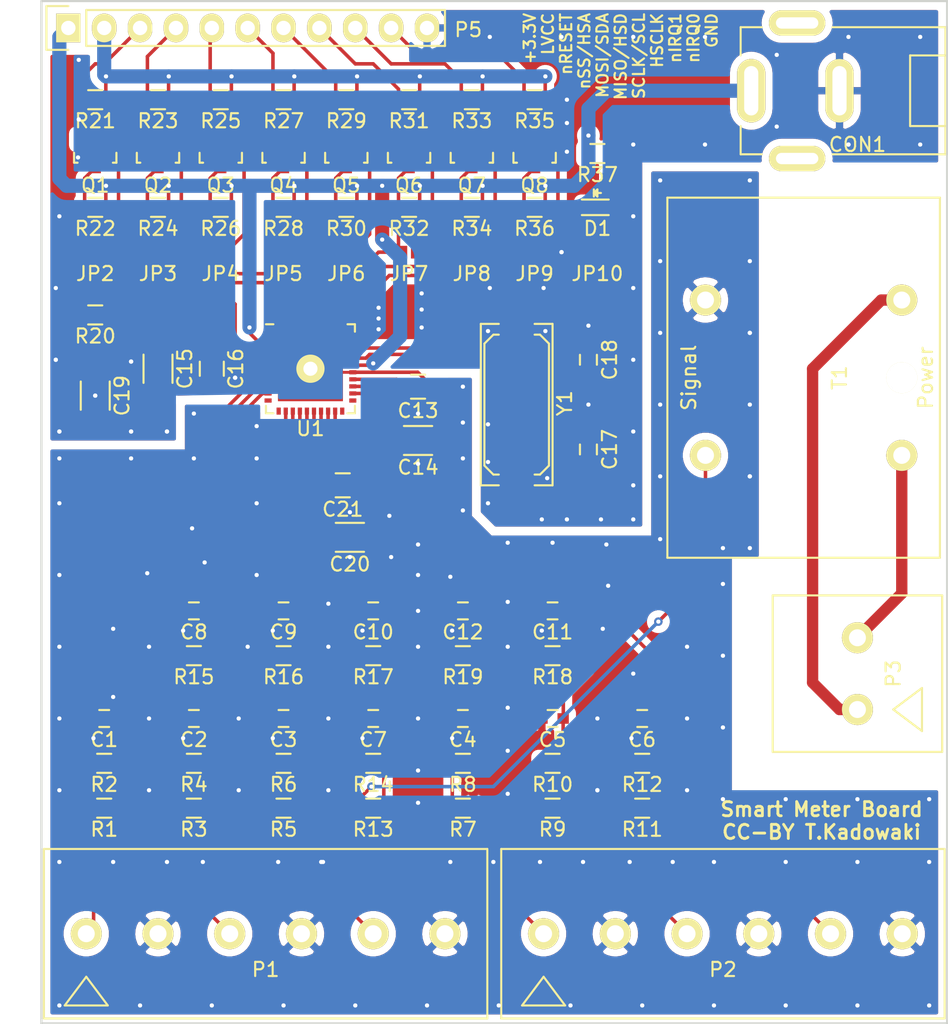
<source format=kicad_pcb>
(kicad_pcb (version 4) (host pcbnew 4.0.2-stable)
  (layers (0 F.Cu signal) (31 B.Cu signal) (34 B.Paste user) (35 F.Paste user) (36 B.SilkS user) (37 F.SilkS user) (38 B.Mask user) (39 F.Mask user) (44 Edge.Cuts user))
  (net 0 "")
  (net 1 "Net-(C1-Pad1)")
  (net 2 GNDA)
  (net 3 "Net-(C2-Pad1)")
  (net 4 "Net-(C3-Pad1)")
  (net 5 "Net-(C4-Pad1)")
  (net 6 "Net-(C5-Pad1)")
  (net 7 "Net-(C6-Pad1)")
  (net 8 "Net-(C7-Pad1)")
  (net 9 "Net-(C8-Pad1)")
  (net 10 "Net-(C9-Pad1)")
  (net 11 "Net-(C10-Pad1)")
  (net 12 "Net-(C12-Pad1)")
  (net 13 GNDD)
  (net 14 "Net-(C17-Pad1)")
  (net 15 "Net-(C18-Pad1)")
  (net 16 /LVCONV/H1)
  (net 17 +3V3)
  (net 18 "Net-(CON1-Pad3)")
  (net 19 /LVCONV/L1)
  (net 20 /LVCONV/H2)
  (net 21 /LVCONV/L2)
  (net 22 /LVCONV/H3)
  (net 23 /LVCONV/L3)
  (net 24 /LVCONV/H4)
  (net 25 /LVCONV/L4)
  (net 26 /LVCONV/H5)
  (net 27 /LVCONV/L5)
  (net 28 "Net-(P1-Pad1)")
  (net 29 "Net-(P1-Pad3)")
  (net 30 "Net-(P1-Pad5)")
  (net 31 "Net-(P2-Pad1)")
  (net 32 "Net-(P2-Pad3)")
  (net 33 "Net-(P2-Pad5)")
  (net 34 "Net-(P3-Pad1)")
  (net 35 "Net-(P3-Pad2)")
  (net 36 /LVCONV/LVCC)
  (net 37 "Net-(R13-Pad2)")
  (net 38 "Net-(U1-Pad1)")
  (net 39 "Net-(U1-Pad10)")
  (net 40 "Net-(U1-Pad11)")
  (net 41 "Net-(U1-Pad20)")
  (net 42 "Net-(U1-Pad21)")
  (net 43 "Net-(U1-Pad30)")
  (net 44 "Net-(U1-Pad31)")
  (net 45 "Net-(U1-Pad33)")
  (net 46 "Net-(U1-Pad34)")
  (net 47 "Net-(U1-Pad40)")
  (net 48 /AVDD)
  (net 49 /DVDD)
  (net 50 /REF)
  (net 51 /LVCONV/L6)
  (net 52 /LVCONV/H6)
  (net 53 /LVCONV/L7)
  (net 54 /LVCONV/H7)
  (net 55 /LVCONV/L8)
  (net 56 /LVCONV/H8)
  (net 57 "Net-(C11-Pad1)")
  (net 58 "Net-(D1-Pad2)")
  (net 59 "Net-(D1-Pad1)")
  (module myfootprint:via (layer F.Cu) (at 124.46 88.646)
    (fp_text reference "" hide)
    (fp_text value "")
    (pad "" thru_hole circle (at 0 0) (size 0.6 0.6) (drill 0.3) (layers *.Cu) (net 2 GNDA) (clearance -0.000001))
  )
  (module myfootprint:via (layer F.Cu) (at 124.46 85.09)
    (fp_text reference "" hide)
    (fp_text value "")
    (pad "" thru_hole circle (at 0 0) (size 0.6 0.6) (drill 0.3) (layers *.Cu) (net 2 GNDA) (clearance -0.000001))
  )
  (module myfootprint:via (layer F.Cu) (at 127.635 83.185)
    (fp_text reference "" hide)
    (fp_text value "")
    (pad "" thru_hole circle (at 0 0) (size 0.6 0.6) (drill 0.3) (layers *.Cu) (net 2 GNDA) (clearance -0.000001))
  )
  (module myfootprint:via (layer F.Cu) (at 127.635 85.725)
    (fp_text reference "" hide)
    (fp_text value "")
    (pad "" thru_hole circle (at 0 0) (size 0.6 0.6) (drill 0.3) (layers *.Cu) (net 2 GNDA) (clearance -0.000001))
  )
  (module myfootprint:via (layer F.Cu) (at 127.635 88.265)
    (fp_text reference "" hide)
    (fp_text value "")
    (pad "" thru_hole circle (at 0 0) (size 0.6 0.6) (drill 0.3) (layers *.Cu) (net 2 GNDA) (clearance -0.000001))
  )
  (module myfootprint:via (layer F.Cu) (at 122.428 92.329)
    (fp_text reference "" hide)
    (fp_text value "")
    (pad "" thru_hole circle (at 0 0) (size 0.6 0.6) (drill 0.3) (layers *.Cu) (net 2 GNDA) (clearance -0.000001))
  )
  (module myfootprint:via (layer F.Cu) (at 119.634 92.075)
    (fp_text reference "" hide)
    (fp_text value "")
    (pad "" thru_hole circle (at 0 0) (size 0.6 0.6) (drill 0.3) (layers *.Cu) (net 2 GNDA) (clearance -0.000001))
  )
  (module myfootprint:via (layer F.Cu) (at 119.634 95.25)
    (fp_text reference "" hide)
    (fp_text value "")
    (pad "" thru_hole circle (at 0 0) (size 0.6 0.6) (drill 0.3) (layers *.Cu) (net 2 GNDA) (clearance -0.000001))
  )
  (module myfootprint:via (layer F.Cu) (at 122.555 95.25)
    (fp_text reference "" hide)
    (fp_text value "")
    (pad "" thru_hole circle (at 0 0) (size 0.6 0.6) (drill 0.3) (layers *.Cu) (net 2 GNDA) (clearance -0.000001))
  )
  (module myfootprint:via (layer F.Cu) (at 124.46 94.361)
    (fp_text reference "" hide)
    (fp_text value "")
    (pad "" thru_hole circle (at 0 0) (size 0.6 0.6) (drill 0.3) (layers *.Cu) (net 2 GNDA) (clearance -0.000001))
  )
  (module myfootprint:via (layer F.Cu) (at 124.46 96.52)
    (fp_text reference "" hide)
    (fp_text value "")
    (pad "" thru_hole circle (at 0 0) (size 0.6 0.6) (drill 0.3) (layers *.Cu) (net 2 GNDA) (clearance -0.000001))
  )
  (module myfootprint:via (layer F.Cu) (at 124.46 99.06)
    (fp_text reference "" hide)
    (fp_text value "")
    (pad "" thru_hole circle (at 0 0) (size 0.6 0.6) (drill 0.3) (layers *.Cu) (net 2 GNDA) (clearance -0.000001))
  )
  (module myfootprint:via (layer F.Cu) (at 124.46 101.6)
    (fp_text reference "" hide)
    (fp_text value "")
    (pad "" thru_hole circle (at 0 0) (size 0.6 0.6) (drill 0.3) (layers *.Cu) (net 2 GNDA) (clearance -0.000001))
  )
  (module myfootprint:via (layer F.Cu) (at 124.46 106.68)
    (fp_text reference "" hide)
    (fp_text value "")
    (pad "" thru_hole circle (at 0 0) (size 0.6 0.6) (drill 0.3) (layers *.Cu) (net 2 GNDA) (clearance -0.000001))
  )
  (module myfootprint:via (layer F.Cu) (at 114.173 108.077)
    (fp_text reference "" hide)
    (fp_text value "")
    (pad "" thru_hole circle (at 0 0) (size 0.6 0.6) (drill 0.3) (layers *.Cu) (net 2 GNDA) (clearance -0.000001))
  )
  (module myfootprint:via (layer F.Cu) (at 120.523 108.077)
    (fp_text reference "" hide)
    (fp_text value "")
    (pad "" thru_hole circle (at 0 0) (size 0.6 0.6) (drill 0.3) (layers *.Cu) (net 2 GNDA) (clearance -0.000001))
  )
  (module myfootprint:via (layer F.Cu) (at 118.11 106.68)
    (fp_text reference "" hide)
    (fp_text value "")
    (pad "" thru_hole circle (at 0 0) (size 0.6 0.6) (drill 0.3) (layers *.Cu) (net 2 GNDA) (clearance -0.000001))
  )
  (module myfootprint:via (layer F.Cu) (at 120.523 100.457)
    (fp_text reference "" hide)
    (fp_text value "")
    (pad "" thru_hole circle (at 0 0) (size 0.6 0.6) (drill 0.3) (layers *.Cu) (net 2 GNDA) (clearance -0.000001))
  )
  (module myfootprint:via (layer F.Cu) (at 118.11 101.6)
    (fp_text reference "" hide)
    (fp_text value "")
    (pad "" thru_hole circle (at 0 0) (size 0.6 0.6) (drill 0.3) (layers *.Cu) (net 2 GNDA) (clearance -0.000001))
  )
  (module myfootprint:via (layer F.Cu) (at 118.11 98.552)
    (fp_text reference "" hide)
    (fp_text value "")
    (pad "" thru_hole circle (at 0 0) (size 0.6 0.6) (drill 0.3) (layers *.Cu) (net 2 GNDA) (clearance -0.000001))
  )
  (module myfootprint:via (layer F.Cu) (at 111.76 106.68)
    (fp_text reference "" hide)
    (fp_text value "")
    (pad "" thru_hole circle (at 0 0) (size 0.6 0.6) (drill 0.3) (layers *.Cu) (net 2 GNDA) (clearance -0.000001))
  )
  (module myfootprint:via (layer F.Cu) (at 114.173 100.457)
    (fp_text reference "" hide)
    (fp_text value "")
    (pad "" thru_hole circle (at 0 0) (size 0.6 0.6) (drill 0.3) (layers *.Cu) (net 2 GNDA) (clearance -0.000001))
  )
  (module myfootprint:via (layer F.Cu) (at 112.395 101.6)
    (fp_text reference "" hide)
    (fp_text value "")
    (pad "" thru_hole circle (at 0 0) (size 0.6 0.6) (drill 0.3) (layers *.Cu) (net 2 GNDA) (clearance -0.000001))
  )
  (module myfootprint:via (layer F.Cu) (at 113.03 96.52)
    (fp_text reference "" hide)
    (fp_text value "")
    (pad "" thru_hole circle (at 0 0) (size 0.6 0.6) (drill 0.3) (layers *.Cu) (net 2 GNDA) (clearance -0.000001))
  )
  (module myfootprint:via (layer F.Cu) (at 113.03 91.44)
    (fp_text reference "" hide)
    (fp_text value "")
    (pad "" thru_hole circle (at 0 0) (size 0.6 0.6) (drill 0.3) (layers *.Cu) (net 2 GNDA) (clearance -0.000001))
  )
  (module myfootprint:via (layer F.Cu) (at 113.03 88.265)
    (fp_text reference "" hide)
    (fp_text value "")
    (pad "" thru_hole circle (at 0 0) (size 0.6 0.6) (drill 0.3) (layers *.Cu) (net 2 GNDA) (clearance -0.000001))
  )
  (module myfootprint:via (layer F.Cu) (at 113.03 85.979)
    (fp_text reference "" hide)
    (fp_text value "")
    (pad "" thru_hole circle (at 0 0) (size 0.6 0.6) (drill 0.3) (layers *.Cu) (net 2 GNDA) (clearance -0.000001))
  )
  (module myfootprint:via (layer F.Cu) (at 99.06 91.44)
    (fp_text reference "" hide)
    (fp_text value "")
    (pad "" thru_hole circle (at 0 0) (size 0.6 0.6) (drill 0.3) (layers *.Cu) (net 2 GNDA) (clearance -0.000001))
  )
  (module myfootprint:via (layer F.Cu) (at 99.06 88.265)
    (fp_text reference "" hide)
    (fp_text value "")
    (pad "" thru_hole circle (at 0 0) (size 0.6 0.6) (drill 0.3) (layers *.Cu) (net 2 GNDA) (clearance -0.000001))
  )
  (module myfootprint:via (layer F.Cu) (at 104.14 88.265)
    (fp_text reference "" hide)
    (fp_text value "")
    (pad "" thru_hole circle (at 0 0) (size 0.6 0.6) (drill 0.3) (layers *.Cu) (net 2 GNDA) (clearance -0.000001))
  )
  (module myfootprint:via (layer F.Cu) (at 108.585 85.09)
    (fp_text reference "" hide)
    (fp_text value "")
    (pad "" thru_hole circle (at 0 0) (size 0.6 0.6) (drill 0.3) (layers *.Cu) (net 2 GNDA) (clearance -0.000001))
  )
  (module myfootprint:via (layer F.Cu) (at 108.585 88.265)
    (fp_text reference "" hide)
    (fp_text value "")
    (pad "" thru_hole circle (at 0 0) (size 0.6 0.6) (drill 0.3) (layers *.Cu) (net 2 GNDA) (clearance -0.000001))
  )
  (module myfootprint:via (layer F.Cu) (at 109.347 95.631)
    (fp_text reference "" hide)
    (fp_text value "")
    (pad "" thru_hole circle (at 0 0) (size 0.6 0.6) (drill 0.3) (layers *.Cu) (net 2 GNDA) (clearance -0.000001))
  )
  (module myfootprint:via (layer F.Cu) (at 108.458 93.218)
    (fp_text reference "" hide)
    (fp_text value "")
    (pad "" thru_hole circle (at 0 0) (size 0.6 0.6) (drill 0.3) (layers *.Cu) (net 2 GNDA) (clearance -0.000001))
  )
  (module myfootprint:via (layer F.Cu) (at 105.283 96.393)
    (fp_text reference "" hide)
    (fp_text value "")
    (pad "" thru_hole circle (at 0 0) (size 0.6 0.6) (drill 0.3) (layers *.Cu) (net 2 GNDA) (clearance -0.000001))
  )
  (module myfootprint:via (layer F.Cu) (at 107.823 100.457)
    (fp_text reference "" hide)
    (fp_text value "")
    (pad "" thru_hole circle (at 0 0) (size 0.6 0.6) (drill 0.3) (layers *.Cu) (net 2 GNDA) (clearance -0.000001))
  )
  (module myfootprint:via (layer F.Cu) (at 105.41 101.6)
    (fp_text reference "" hide)
    (fp_text value "")
    (pad "" thru_hole circle (at 0 0) (size 0.6 0.6) (drill 0.3) (layers *.Cu) (net 2 GNDA) (clearance -0.000001))
  )
  (module myfootprint:via (layer F.Cu) (at 99.06 96.52)
    (fp_text reference "" hide)
    (fp_text value "")
    (pad "" thru_hole circle (at 0 0) (size 0.6 0.6) (drill 0.3) (layers *.Cu) (net 2 GNDA) (clearance -0.000001))
  )
  (module myfootprint:via (layer F.Cu) (at 102.87 100.33)
    (fp_text reference "" hide)
    (fp_text value "")
    (pad "" thru_hole circle (at 0 0) (size 0.6 0.6) (drill 0.3) (layers *.Cu) (net 2 GNDA) (clearance -0.000001))
  )
  (module myfootprint:via (layer F.Cu) (at 99.06 101.6)
    (fp_text reference "" hide)
    (fp_text value "")
    (pad "" thru_hole circle (at 0 0) (size 0.6 0.6) (drill 0.3) (layers *.Cu) (net 2 GNDA) (clearance -0.000001))
  )
  (module myfootprint:via (layer F.Cu) (at 102.87 105.156)
    (fp_text reference "" hide)
    (fp_text value "")
    (pad "" thru_hole circle (at 0 0) (size 0.6 0.6) (drill 0.3) (layers *.Cu) (net 2 GNDA) (clearance -0.000001))
  )
  (module myfootprint:via (layer F.Cu) (at 107.823 108.077)
    (fp_text reference "" hide)
    (fp_text value "")
    (pad "" thru_hole circle (at 0 0) (size 0.6 0.6) (drill 0.3) (layers *.Cu) (net 2 GNDA) (clearance -0.000001))
  )
  (module myfootprint:via (layer F.Cu) (at 105.41 106.68)
    (fp_text reference "" hide)
    (fp_text value "")
    (pad "" thru_hole circle (at 0 0) (size 0.6 0.6) (drill 0.3) (layers *.Cu) (net 2 GNDA) (clearance -0.000001))
  )
  (module myfootprint:via (layer F.Cu) (at 101.473 108.077)
    (fp_text reference "" hide)
    (fp_text value "")
    (pad "" thru_hole circle (at 0 0) (size 0.6 0.6) (drill 0.3) (layers *.Cu) (net 2 GNDA) (clearance -0.000001))
  )
  (module myfootprint:via (layer F.Cu) (at 99.06 106.68)
    (fp_text reference "" hide)
    (fp_text value "")
    (pad "" thru_hole circle (at 0 0) (size 0.6 0.6) (drill 0.3) (layers *.Cu) (net 2 GNDA) (clearance -0.000001))
  )
  (module myfootprint:via (layer F.Cu) (at 99.06 111.76)
    (fp_text reference "" hide)
    (fp_text value "")
    (pad "" thru_hole circle (at 0 0) (size 0.6 0.6) (drill 0.3) (layers *.Cu) (net 2 GNDA) (clearance -0.000001))
  )
  (module myfootprint:via (layer F.Cu) (at 105.41 111.76)
    (fp_text reference "" hide)
    (fp_text value "")
    (pad "" thru_hole circle (at 0 0) (size 0.6 0.6) (drill 0.3) (layers *.Cu) (net 2 GNDA) (clearance -0.000001))
  )
  (module myfootprint:via (layer F.Cu) (at 111.76 111.76)
    (fp_text reference "" hide)
    (fp_text value "")
    (pad "" thru_hole circle (at 0 0) (size 0.6 0.6) (drill 0.3) (layers *.Cu) (net 2 GNDA) (clearance -0.000001))
  )
  (module myfootprint:via (layer F.Cu) (at 118.11 111.76)
    (fp_text reference "" hide)
    (fp_text value "")
    (pad "" thru_hole circle (at 0 0) (size 0.6 0.6) (drill 0.3) (layers *.Cu) (net 2 GNDA) (clearance -0.000001))
  )
  (module myfootprint:via (layer F.Cu) (at 124.46 110.363)
    (fp_text reference "" hide)
    (fp_text value "")
    (pad "" thru_hole circle (at 0 0) (size 0.6 0.6) (drill 0.3) (layers *.Cu) (net 2 GNDA) (clearance -0.000001))
  )
  (module myfootprint:via (layer F.Cu) (at 124.46 112.649)
    (fp_text reference "" hide)
    (fp_text value "")
    (pad "" thru_hole circle (at 0 0) (size 0.6 0.6) (drill 0.3) (layers *.Cu) (net 2 GNDA) (clearance -0.000001))
  )
  (module myfootprint:via (layer F.Cu) (at 117.729 116.84)
    (fp_text reference "" hide)
    (fp_text value "")
    (pad "" thru_hole circle (at 0 0) (size 0.6 0.6) (drill 0.3) (layers *.Cu) (net 2 GNDA) (clearance -0.000001))
  )
  (module myfootprint:via (layer F.Cu) (at 114.554 116.84)
    (fp_text reference "" hide)
    (fp_text value "")
    (pad "" thru_hole circle (at 0 0) (size 0.6 0.6) (drill 0.3) (layers *.Cu) (net 2 GNDA) (clearance -0.000001))
  )
  (module myfootprint:via (layer F.Cu) (at 109.22 116.84)
    (fp_text reference "" hide)
    (fp_text value "")
    (pad "" thru_hole circle (at 0 0) (size 0.6 0.6) (drill 0.3) (layers *.Cu) (net 2 GNDA) (clearance -0.000001))
  )
  (module myfootprint:via (layer F.Cu) (at 106.68 116.84)
    (fp_text reference "" hide)
    (fp_text value "")
    (pad "" thru_hole circle (at 0 0) (size 0.6 0.6) (drill 0.3) (layers *.Cu) (net 2 GNDA) (clearance -0.000001))
  )
  (module myfootprint:via (layer F.Cu) (at 102.87 116.84)
    (fp_text reference "" hide)
    (fp_text value "")
    (pad "" thru_hole circle (at 0 0) (size 0.6 0.6) (drill 0.3) (layers *.Cu) (net 2 GNDA) (clearance -0.000001))
  )
  (module myfootprint:via (layer F.Cu) (at 99.06 116.84)
    (fp_text reference "" hide)
    (fp_text value "")
    (pad "" thru_hole circle (at 0 0) (size 0.6 0.6) (drill 0.3) (layers *.Cu) (net 2 GNDA) (clearance -0.000001))
  )
  (module myfootprint:via (layer F.Cu) (at 99.06 127)
    (fp_text reference "" hide)
    (fp_text value "")
    (pad "" thru_hole circle (at 0 0) (size 0.6 0.6) (drill 0.3) (layers *.Cu) (net 2 GNDA) (clearance -0.000001))
  )
  (module myfootprint:via (layer F.Cu) (at 104.775 127)
    (fp_text reference "" hide)
    (fp_text value "")
    (pad "" thru_hole circle (at 0 0) (size 0.6 0.6) (drill 0.3) (layers *.Cu) (net 2 GNDA) (clearance -0.000001))
  )
  (module myfootprint:via (layer F.Cu) (at 109.855 127)
    (fp_text reference "" hide)
    (fp_text value "")
    (pad "" thru_hole circle (at 0 0) (size 0.6 0.6) (drill 0.3) (layers *.Cu) (net 2 GNDA) (clearance -0.000001))
  )
  (module myfootprint:via (layer F.Cu) (at 114.935 127)
    (fp_text reference "" hide)
    (fp_text value "")
    (pad "" thru_hole circle (at 0 0) (size 0.6 0.6) (drill 0.3) (layers *.Cu) (net 2 GNDA) (clearance -0.000001))
  )
  (module myfootprint:via (layer F.Cu) (at 120.015 127)
    (fp_text reference "" hide)
    (fp_text value "")
    (pad "" thru_hole circle (at 0 0) (size 0.6 0.6) (drill 0.3) (layers *.Cu) (net 2 GNDA) (clearance -0.000001))
  )
  (module myfootprint:via (layer F.Cu) (at 125.095 127)
    (fp_text reference "" hide)
    (fp_text value "")
    (pad "" thru_hole circle (at 0 0) (size 0.6 0.6) (drill 0.3) (layers *.Cu) (net 2 GNDA) (clearance -0.000001))
  )
  (module myfootprint:via (layer F.Cu) (at 160.655 112.395)
    (fp_text reference "" hide)
    (fp_text value "")
    (pad "" thru_hole circle (at 0 0) (size 0.6 0.6) (drill 0.3) (layers *.Cu) (net 2 GNDA) (clearance -0.000001))
  )
  (module myfootprint:via (layer F.Cu) (at 160.655 116.84)
    (fp_text reference "" hide)
    (fp_text value "")
    (pad "" thru_hole circle (at 0 0) (size 0.6 0.6) (drill 0.3) (layers *.Cu) (net 2 GNDA) (clearance -0.000001))
  )
  (module myfootprint:via (layer F.Cu) (at 160.655 127)
    (fp_text reference "" hide)
    (fp_text value "")
    (pad "" thru_hole circle (at 0 0) (size 0.6 0.6) (drill 0.3) (layers *.Cu) (net 2 GNDA) (clearance -0.000001))
  )
  (module myfootprint:via (layer F.Cu) (at 155.575 127)
    (fp_text reference "" hide)
    (fp_text value "")
    (pad "" thru_hole circle (at 0 0) (size 0.6 0.6) (drill 0.3) (layers *.Cu) (net 2 GNDA) (clearance -0.000001))
  )
  (module myfootprint:via (layer F.Cu) (at 150.495 127)
    (fp_text reference "" hide)
    (fp_text value "")
    (pad "" thru_hole circle (at 0 0) (size 0.6 0.6) (drill 0.3) (layers *.Cu) (net 2 GNDA) (clearance -0.000001))
  )
  (module myfootprint:via (layer F.Cu) (at 145.415 127)
    (fp_text reference "" hide)
    (fp_text value "")
    (pad "" thru_hole circle (at 0 0) (size 0.6 0.6) (drill 0.3) (layers *.Cu) (net 2 GNDA) (clearance -0.000001))
  )
  (module myfootprint:via (layer F.Cu) (at 140.335 127)
    (fp_text reference "" hide)
    (fp_text value "")
    (pad "" thru_hole circle (at 0 0) (size 0.6 0.6) (drill 0.3) (layers *.Cu) (net 2 GNDA) (clearance -0.000001))
  )
  (module myfootprint:via (layer F.Cu) (at 135.255 127)
    (fp_text reference "" hide)
    (fp_text value "")
    (pad "" thru_hole circle (at 0 0) (size 0.6 0.6) (drill 0.3) (layers *.Cu) (net 2 GNDA) (clearance -0.000001))
  )
  (module myfootprint:via (layer F.Cu) (at 130.175 127)
    (fp_text reference "" hide)
    (fp_text value "")
    (pad "" thru_hole circle (at 0 0) (size 0.6 0.6) (drill 0.3) (layers *.Cu) (net 2 GNDA) (clearance -0.000001))
  )
  (module myfootprint:via (layer F.Cu) (at 130.81 112.014)
    (fp_text reference "" hide)
    (fp_text value "")
    (pad "" thru_hole circle (at 0 0) (size 0.6 0.6) (drill 0.3) (layers *.Cu) (net 2 GNDA) (clearance -0.000001))
  )
  (module myfootprint:via (layer F.Cu) (at 126.746 116.84)
    (fp_text reference "" hide)
    (fp_text value "")
    (pad "" thru_hole circle (at 0 0) (size 0.6 0.6) (drill 0.3) (layers *.Cu) (net 2 GNDA) (clearance -0.000001))
  )
  (module myfootprint:via (layer F.Cu) (at 129.794 116.84)
    (fp_text reference "" hide)
    (fp_text value "")
    (pad "" thru_hole circle (at 0 0) (size 0.6 0.6) (drill 0.3) (layers *.Cu) (net 2 GNDA) (clearance -0.000001))
  )
  (module myfootprint:via (layer F.Cu) (at 133.096 116.84)
    (fp_text reference "" hide)
    (fp_text value "")
    (pad "" thru_hole circle (at 0 0) (size 0.6 0.6) (drill 0.3) (layers *.Cu) (net 2 GNDA) (clearance -0.000001))
  )
  (module myfootprint:via (layer F.Cu) (at 136.144 116.84)
    (fp_text reference "" hide)
    (fp_text value "")
    (pad "" thru_hole circle (at 0 0) (size 0.6 0.6) (drill 0.3) (layers *.Cu) (net 2 GNDA) (clearance -0.000001))
  )
  (module myfootprint:via (layer F.Cu) (at 139.446 116.84)
    (fp_text reference "" hide)
    (fp_text value "")
    (pad "" thru_hole circle (at 0 0) (size 0.6 0.6) (drill 0.3) (layers *.Cu) (net 2 GNDA) (clearance -0.000001))
  )
  (module myfootprint:via (layer F.Cu) (at 142.494 116.84)
    (fp_text reference "" hide)
    (fp_text value "")
    (pad "" thru_hole circle (at 0 0) (size 0.6 0.6) (drill 0.3) (layers *.Cu) (net 2 GNDA) (clearance -0.000001))
  )
  (module myfootprint:via (layer F.Cu) (at 145.415 116.84)
    (fp_text reference "" hide)
    (fp_text value "")
    (pad "" thru_hole circle (at 0 0) (size 0.6 0.6) (drill 0.3) (layers *.Cu) (net 2 GNDA) (clearance -0.000001))
  )
  (module myfootprint:via (layer F.Cu) (at 150.495 116.84)
    (fp_text reference "" hide)
    (fp_text value "")
    (pad "" thru_hole circle (at 0 0) (size 0.6 0.6) (drill 0.3) (layers *.Cu) (net 2 GNDA) (clearance -0.000001))
  )
  (module myfootprint:via (layer F.Cu) (at 155.575 116.84)
    (fp_text reference "" hide)
    (fp_text value "")
    (pad "" thru_hole circle (at 0 0) (size 0.6 0.6) (drill 0.3) (layers *.Cu) (net 2 GNDA) (clearance -0.000001))
  )
  (module myfootprint:via (layer F.Cu) (at 137.16 111.76)
    (fp_text reference "" hide)
    (fp_text value "")
    (pad "" thru_hole circle (at 0 0) (size 0.6 0.6) (drill 0.3) (layers *.Cu) (net 2 GNDA) (clearance -0.000001))
  )
  (module myfootprint:via (layer F.Cu) (at 143.51 111.76)
    (fp_text reference "" hide)
    (fp_text value "")
    (pad "" thru_hole circle (at 0 0) (size 0.6 0.6) (drill 0.3) (layers *.Cu) (net 2 GNDA) (clearance -0.000001))
  )
  (module myfootprint:via (layer F.Cu) (at 155.575 112.395)
    (fp_text reference "" hide)
    (fp_text value "")
    (pad "" thru_hole circle (at 0 0) (size 0.6 0.6) (drill 0.3) (layers *.Cu) (net 2 GNDA) (clearance -0.000001))
  )
  (module myfootprint:via (layer F.Cu) (at 150.495 112.395)
    (fp_text reference "" hide)
    (fp_text value "")
    (pad "" thru_hole circle (at 0 0) (size 0.6 0.6) (drill 0.3) (layers *.Cu) (net 2 GNDA) (clearance -0.000001))
  )
  (module myfootprint:via (layer F.Cu) (at 146.05 112.395)
    (fp_text reference "" hide)
    (fp_text value "")
    (pad "" thru_hole circle (at 0 0) (size 0.6 0.6) (drill 0.3) (layers *.Cu) (net 2 GNDA) (clearance -0.000001))
  )
  (module myfootprint:via (layer F.Cu) (at 126.873 108.077)
    (fp_text reference "" hide)
    (fp_text value "")
    (pad "" thru_hole circle (at 0 0) (size 0.6 0.6) (drill 0.3) (layers *.Cu) (net 2 GNDA) (clearance -0.000001))
  )
  (module myfootprint:via (layer F.Cu) (at 126.873 100.457)
    (fp_text reference "" hide)
    (fp_text value "")
    (pad "" thru_hole circle (at 0 0) (size 0.6 0.6) (drill 0.3) (layers *.Cu) (net 2 GNDA) (clearance -0.000001))
  )
  (module myfootprint:via (layer F.Cu) (at 126.746 96.647)
    (fp_text reference "" hide)
    (fp_text value "")
    (pad "" thru_hole circle (at 0 0) (size 0.6 0.6) (drill 0.3) (layers *.Cu) (net 2 GNDA) (clearance -0.000001))
  )
  (module myfootprint:via (layer F.Cu) (at 127.635 91.948)
    (fp_text reference "" hide)
    (fp_text value "")
    (pad "" thru_hole circle (at 0 0) (size 0.6 0.6) (drill 0.3) (layers *.Cu) (net 2 GNDA) (clearance -0.000001))
  )
  (module myfootprint:via (layer F.Cu) (at 130.81 108.966)
    (fp_text reference "" hide)
    (fp_text value "")
    (pad "" thru_hole circle (at 0 0) (size 0.6 0.6) (drill 0.3) (layers *.Cu) (net 2 GNDA) (clearance -0.000001))
  )
  (module myfootprint:via (layer F.Cu) (at 130.81 105.918)
    (fp_text reference "" hide)
    (fp_text value "")
    (pad "" thru_hole circle (at 0 0) (size 0.6 0.6) (drill 0.3) (layers *.Cu) (net 2 GNDA) (clearance -0.000001))
  )
  (module myfootprint:via (layer F.Cu) (at 139.573 108.077)
    (fp_text reference "" hide)
    (fp_text value "")
    (pad "" thru_hole circle (at 0 0) (size 0.6 0.6) (drill 0.3) (layers *.Cu) (net 2 GNDA) (clearance -0.000001))
  )
  (module myfootprint:via (layer F.Cu) (at 137.16 106.68)
    (fp_text reference "" hide)
    (fp_text value "")
    (pad "" thru_hole circle (at 0 0) (size 0.6 0.6) (drill 0.3) (layers *.Cu) (net 2 GNDA) (clearance -0.000001))
  )
  (module myfootprint:via (layer F.Cu) (at 139.7 103.505)
    (fp_text reference "" hide)
    (fp_text value "")
    (pad "" thru_hole circle (at 0 0) (size 0.6 0.6) (drill 0.3) (layers *.Cu) (net 2 GNDA) (clearance -0.000001))
  )
  (module myfootprint:via (layer F.Cu) (at 137.541 100.33)
    (fp_text reference "" hide)
    (fp_text value "")
    (pad "" thru_hole circle (at 0 0) (size 0.6 0.6) (drill 0.3) (layers *.Cu) (net 2 GNDA) (clearance -0.000001))
  )
  (module myfootprint:via (layer F.Cu) (at 133.223 100.457)
    (fp_text reference "" hide)
    (fp_text value "")
    (pad "" thru_hole circle (at 0 0) (size 0.6 0.6) (drill 0.3) (layers *.Cu) (net 2 GNDA) (clearance -0.000001))
  )
  (module myfootprint:via (layer F.Cu) (at 130.81 101.6)
    (fp_text reference "" hide)
    (fp_text value "")
    (pad "" thru_hole circle (at 0 0) (size 0.6 0.6) (drill 0.3) (layers *.Cu) (net 2 GNDA) (clearance -0.000001))
  )
  (module myfootprint:via (layer F.Cu) (at 130.81 98.425)
    (fp_text reference "" hide)
    (fp_text value "")
    (pad "" thru_hole circle (at 0 0) (size 0.6 0.6) (drill 0.3) (layers *.Cu) (net 2 GNDA) (clearance -0.000001))
  )
  (module myfootprint:via (layer F.Cu) (at 130.81 94.234)
    (fp_text reference "" hide)
    (fp_text value "")
    (pad "" thru_hole circle (at 0 0) (size 0.6 0.6) (drill 0.3) (layers *.Cu) (net 2 GNDA) (clearance -0.000001))
  )
  (module myfootprint:via (layer F.Cu) (at 133.985 94.234)
    (fp_text reference "" hide)
    (fp_text value "")
    (pad "" thru_hole circle (at 0 0) (size 0.6 0.6) (drill 0.3) (layers *.Cu) (net 2 GNDA) (clearance -0.000001))
  )
  (module myfootprint:via (layer F.Cu) (at 137.922 97.282)
    (fp_text reference "" hide)
    (fp_text value "")
    (pad "" thru_hole circle (at 0 0) (size 0.6 0.6) (drill 0.3) (layers *.Cu) (net 2 GNDA) (clearance -0.000001))
  )
  (module myfootprint:via (layer F.Cu) (at 137.795 94.361)
    (fp_text reference "" hide)
    (fp_text value "")
    (pad "" thru_hole circle (at 0 0) (size 0.6 0.6) (drill 0.3) (layers *.Cu) (net 2 GNDA) (clearance -0.000001))
  )
  (module myfootprint:via (layer F.Cu) (at 143.51 106.68)
    (fp_text reference "" hide)
    (fp_text value "")
    (pad "" thru_hole circle (at 0 0) (size 0.6 0.6) (drill 0.3) (layers *.Cu) (net 2 GNDA) (clearance -0.000001))
  )
  (module myfootprint:via (layer F.Cu) (at 143.51 101.6)
    (fp_text reference "" hide)
    (fp_text value "")
    (pad "" thru_hole circle (at 0 0) (size 0.6 0.6) (drill 0.3) (layers *.Cu) (net 2 GNDA) (clearance -0.000001))
  )
  (module myfootprint:via (layer F.Cu) (at 146.05 107.315)
    (fp_text reference "" hide)
    (fp_text value "")
    (pad "" thru_hole circle (at 0 0) (size 0.6 0.6) (drill 0.3) (layers *.Cu) (net 2 GNDA) (clearance -0.000001))
  )
  (module myfootprint:via (layer F.Cu) (at 146.05 102.235)
    (fp_text reference "" hide)
    (fp_text value "")
    (pad "" thru_hole circle (at 0 0) (size 0.6 0.6) (drill 0.3) (layers *.Cu) (net 2 GNDA) (clearance -0.000001))
  )
  (module myfootprint:via (layer F.Cu) (at 146.05 97.155)
    (fp_text reference "" hide)
    (fp_text value "")
    (pad "" thru_hole circle (at 0 0) (size 0.6 0.6) (drill 0.3) (layers *.Cu) (net 2 GNDA) (clearance -0.000001))
  )
  (module myfootprint:via (layer F.Cu) (at 147.955 94.615)
    (fp_text reference "" hide)
    (fp_text value "")
    (pad "" thru_hole circle (at 0 0) (size 0.6 0.6) (drill 0.3) (layers *.Cu) (net 2 GNDA) (clearance -0.000001))
  )
  (module myfootprint:via (layer F.Cu) (at 146.05 94.615)
    (fp_text reference "" hide)
    (fp_text value "")
    (pad "" thru_hole circle (at 0 0) (size 0.6 0.6) (drill 0.3) (layers *.Cu) (net 2 GNDA) (clearance -0.000001))
  )
  (module myfootprint:via (layer F.Cu) (at 141.605 93.98)
    (fp_text reference "" hide)
    (fp_text value "")
    (pad "" thru_hole circle (at 0 0) (size 0.6 0.6) (drill 0.3) (layers *.Cu) (net 2 GNDA) (clearance -0.000001))
  )
  (module myfootprint:via (layer F.Cu) (at 147.955 89.535)
    (fp_text reference "" hide)
    (fp_text value "")
    (pad "" thru_hole circle (at 0 0) (size 0.6 0.6) (drill 0.3) (layers *.Cu) (net 2 GNDA) (clearance -0.000001))
  )
  (module myfootprint:via (layer F.Cu) (at 141.605 89.535)
    (fp_text reference "" hide)
    (fp_text value "")
    (pad "" thru_hole circle (at 0 0) (size 0.6 0.6) (drill 0.3) (layers *.Cu) (net 2 GNDA) (clearance -0.000001))
  )
  (module myfootprint:via (layer F.Cu) (at 147.955 84.455)
    (fp_text reference "" hide)
    (fp_text value "")
    (pad "" thru_hole circle (at 0 0) (size 0.6 0.6) (drill 0.3) (layers *.Cu) (net 2 GNDA) (clearance -0.000001))
  )
  (module myfootprint:via (layer F.Cu) (at 141.605 84.455)
    (fp_text reference "" hide)
    (fp_text value "")
    (pad "" thru_hole circle (at 0 0) (size 0.6 0.6) (drill 0.3) (layers *.Cu) (net 2 GNDA) (clearance -0.000001))
  )
  (module myfootprint:via (layer F.Cu) (at 147.955 79.375)
    (fp_text reference "" hide)
    (fp_text value "")
    (pad "" thru_hole circle (at 0 0) (size 0.6 0.6) (drill 0.3) (layers *.Cu) (net 2 GNDA) (clearance -0.000001))
  )
  (module myfootprint:via (layer F.Cu) (at 141.605 79.375)
    (fp_text reference "" hide)
    (fp_text value "")
    (pad "" thru_hole circle (at 0 0) (size 0.6 0.6) (drill 0.3) (layers *.Cu) (net 2 GNDA) (clearance -0.000001))
  )
  (module myfootprint:via (layer F.Cu) (at 147.955 74.295)
    (fp_text reference "" hide)
    (fp_text value "")
    (pad "" thru_hole circle (at 0 0) (size 0.6 0.6) (drill 0.3) (layers *.Cu) (net 2 GNDA) (clearance -0.000001))
  )
  (module myfootprint:via (layer F.Cu) (at 141.605 74.295)
    (fp_text reference "" hide)
    (fp_text value "")
    (pad "" thru_hole circle (at 0 0) (size 0.6 0.6) (drill 0.3) (layers *.Cu) (net 2 GNDA) (clearance -0.000001))
  )
  (module myfootprint:via (layer F.Cu) (at 147.955 68.58)
    (fp_text reference "" hide)
    (fp_text value "")
    (pad "" thru_hole circle (at 0 0) (size 0.6 0.6) (drill 0.3) (layers *.Cu) (net 2 GNDA) (clearance -0.000001))
  )
  (module myfootprint:via (layer F.Cu) (at 124.714 77.724)
    (fp_text reference "" hide)
    (fp_text value "")
    (pad "" thru_hole circle (at 0 0) (size 0.6 0.6) (drill 0.3) (layers *.Cu) (net 13 GNDD) (clearance -0.000001))
  )
  (module myfootprint:via (layer F.Cu) (at 121.666 78.359)
    (fp_text reference "" hide)
    (fp_text value "")
    (pad "" thru_hole circle (at 0 0) (size 0.6 0.6) (drill 0.3) (layers *.Cu) (net 13 GNDD) (clearance -0.000001))
  )
  (module myfootprint:via (layer F.Cu) (at 129.54 58.42)
    (fp_text reference "" hide)
    (fp_text value "")
    (pad "" thru_hole circle (at 0 0) (size 0.6 0.6) (drill 0.3) (layers *.Cu) (net 13 GNDD) (clearance -0.000001))
  )
  (module myfootprint:via (layer F.Cu) (at 135.001 66.548)
    (fp_text reference "" hide)
    (fp_text value "")
    (pad "" thru_hole circle (at 0 0) (size 0.6 0.6) (drill 0.3) (layers *.Cu) (net 13 GNDD) (clearance -0.000001))
  )
  (module myfootprint:via (layer F.Cu) (at 135.001 64.516)
    (fp_text reference "" hide)
    (fp_text value "")
    (pad "" thru_hole circle (at 0 0) (size 0.6 0.6) (drill 0.3) (layers *.Cu) (net 13 GNDD) (clearance -0.000001))
  )
  (module myfootprint:via (layer F.Cu) (at 135.001 62.865)
    (fp_text reference "" hide)
    (fp_text value "")
    (pad "" thru_hole circle (at 0 0) (size 0.6 0.6) (drill 0.3) (layers *.Cu) (net 13 GNDD) (clearance -0.000001))
  )
  (module myfootprint:via (layer F.Cu) (at 134.62 58.42)
    (fp_text reference "" hide)
    (fp_text value "")
    (pad "" thru_hole circle (at 0 0) (size 0.6 0.6) (drill 0.3) (layers *.Cu) (net 13 GNDD) (clearance -0.000001))
  )
  (module myfootprint:via (layer F.Cu) (at 139.7 58.42)
    (fp_text reference "" hide)
    (fp_text value "")
    (pad "" thru_hole circle (at 0 0) (size 0.6 0.6) (drill 0.3) (layers *.Cu) (net 13 GNDD) (clearance -0.000001))
  )
  (module myfootprint:via (layer F.Cu) (at 144.78 58.42)
    (fp_text reference "" hide)
    (fp_text value "")
    (pad "" thru_hole circle (at 0 0) (size 0.6 0.6) (drill 0.3) (layers *.Cu) (net 13 GNDD) (clearance -0.000001))
  )
  (module myfootprint:via (layer F.Cu) (at 154.94 66.04)
    (fp_text reference "" hide)
    (fp_text value "")
    (pad "" thru_hole circle (at 0 0) (size 0.6 0.6) (drill 0.3) (layers *.Cu) (net 13 GNDD) (clearance -0.000001))
  )
  (module myfootprint:via (layer F.Cu) (at 160.02 66.04)
    (fp_text reference "" hide)
    (fp_text value "")
    (pad "" thru_hole circle (at 0 0) (size 0.6 0.6) (drill 0.3) (layers *.Cu) (net 13 GNDD) (clearance -0.000001))
  )
  (module myfootprint:via (layer F.Cu) (at 160.02 58.42)
    (fp_text reference "" hide)
    (fp_text value "")
    (pad "" thru_hole circle (at 0 0) (size 0.6 0.6) (drill 0.3) (layers *.Cu) (net 13 GNDD) (clearance -0.000001))
  )
  (module myfootprint:via (layer F.Cu) (at 154.94 58.42)
    (fp_text reference "" hide)
    (fp_text value "")
    (pad "" thru_hole circle (at 0 0) (size 0.6 0.6) (drill 0.3) (layers *.Cu) (net 13 GNDD) (clearance -0.000001))
  )
  (module myfootprint:via (layer F.Cu) (at 149.86 59.69)
    (fp_text reference "" hide)
    (fp_text value "")
    (pad "" thru_hole circle (at 0 0) (size 0.6 0.6) (drill 0.3) (layers *.Cu) (net 13 GNDD) (clearance -0.000001))
  )
  (module myfootprint:via (layer F.Cu) (at 149.86 64.77)
    (fp_text reference "" hide)
    (fp_text value "")
    (pad "" thru_hole circle (at 0 0) (size 0.6 0.6) (drill 0.3) (layers *.Cu) (net 13 GNDD) (clearance -0.000001))
  )
  (module myfootprint:via (layer F.Cu) (at 144.78 66.04)
    (fp_text reference "" hide)
    (fp_text value "")
    (pad "" thru_hole circle (at 0 0) (size 0.6 0.6) (drill 0.3) (layers *.Cu) (net 13 GNDD) (clearance -0.000001))
  )
  (module myfootprint:via (layer F.Cu) (at 139.7 66.04)
    (fp_text reference "" hide)
    (fp_text value "")
    (pad "" thru_hole circle (at 0 0) (size 0.6 0.6) (drill 0.3) (layers *.Cu) (net 13 GNDD) (clearance -0.000001))
  )
  (module myfootprint:via (layer F.Cu) (at 129.413 85.852)
    (fp_text reference "" hide)
    (fp_text value "")
    (pad "" thru_hole circle (at 0 0) (size 0.6 0.6) (drill 0.3) (layers *.Cu) (net 13 GNDD) (clearance -0.000001))
  )
  (module myfootprint:via (layer F.Cu) (at 129.413 88.519)
    (fp_text reference "" hide)
    (fp_text value "")
    (pad "" thru_hole circle (at 0 0) (size 0.6 0.6) (drill 0.3) (layers *.Cu) (net 13 GNDD) (clearance -0.000001))
  )
  (module myfootprint:via (layer F.Cu) (at 129.413 91.44)
    (fp_text reference "" hide)
    (fp_text value "")
    (pad "" thru_hole circle (at 0 0) (size 0.6 0.6) (drill 0.3) (layers *.Cu) (net 13 GNDD) (clearance -0.000001))
  )
  (module myfootprint:via (layer F.Cu) (at 133.223 92.583)
    (fp_text reference "" hide)
    (fp_text value "")
    (pad "" thru_hole circle (at 0 0) (size 0.6 0.6) (drill 0.3) (layers *.Cu) (net 13 GNDD) (clearance -0.000001))
  )
  (module myfootprint:via (layer F.Cu) (at 133.604 89.662)
    (fp_text reference "" hide)
    (fp_text value "")
    (pad "" thru_hole circle (at 0 0) (size 0.6 0.6) (drill 0.3) (layers *.Cu) (net 13 GNDD) (clearance -0.000001))
  )
  (module myfootprint:via (layer F.Cu) (at 135.001 92.583)
    (fp_text reference "" hide)
    (fp_text value "")
    (pad "" thru_hole circle (at 0 0) (size 0.6 0.6) (drill 0.3) (layers *.Cu) (net 13 GNDD) (clearance -0.000001))
  )
  (module myfootprint:via (layer F.Cu) (at 137.414 92.583)
    (fp_text reference "" hide)
    (fp_text value "")
    (pad "" thru_hole circle (at 0 0) (size 0.6 0.6) (drill 0.3) (layers *.Cu) (net 13 GNDD) (clearance -0.000001))
  )
  (module myfootprint:via (layer F.Cu) (at 139.7 92.583)
    (fp_text reference "" hide)
    (fp_text value "")
    (pad "" thru_hole circle (at 0 0) (size 0.6 0.6) (drill 0.3) (layers *.Cu) (net 13 GNDD) (clearance -0.000001))
  )
  (module myfootprint:via (layer F.Cu) (at 139.7 90.17)
    (fp_text reference "" hide)
    (fp_text value "")
    (pad "" thru_hole circle (at 0 0) (size 0.6 0.6) (drill 0.3) (layers *.Cu) (net 13 GNDD) (clearance -0.000001))
  )
  (module myfootprint:via (layer F.Cu) (at 139.7 86.36)
    (fp_text reference "" hide)
    (fp_text value "")
    (pad "" thru_hole circle (at 0 0) (size 0.6 0.6) (drill 0.3) (layers *.Cu) (net 13 GNDD) (clearance -0.000001))
  )
  (module myfootprint:via (layer F.Cu) (at 139.7 81.28)
    (fp_text reference "" hide)
    (fp_text value "")
    (pad "" thru_hole circle (at 0 0) (size 0.6 0.6) (drill 0.3) (layers *.Cu) (net 13 GNDD) (clearance -0.000001))
  )
  (module myfootprint:via (layer F.Cu) (at 139.7 71.12)
    (fp_text reference "" hide)
    (fp_text value "")
    (pad "" thru_hole circle (at 0 0) (size 0.6 0.6) (drill 0.3) (layers *.Cu) (net 13 GNDD) (clearance -0.000001))
  )
  (module myfootprint:via (layer F.Cu) (at 139.7 76.2)
    (fp_text reference "" hide)
    (fp_text value "")
    (pad "" thru_hole circle (at 0 0) (size 0.6 0.6) (drill 0.3) (layers *.Cu) (net 13 GNDD) (clearance -0.000001))
  )
  (module myfootprint:via (layer F.Cu) (at 136.525 78.867)
    (fp_text reference "" hide)
    (fp_text value "")
    (pad "" thru_hole circle (at 0 0) (size 0.6 0.6) (drill 0.3) (layers *.Cu) (net 13 GNDD) (clearance -0.000001))
  )
  (module myfootprint:via (layer F.Cu) (at 133.477 79.248)
    (fp_text reference "" hide)
    (fp_text value "")
    (pad "" thru_hole circle (at 0 0) (size 0.6 0.6) (drill 0.3) (layers *.Cu) (net 13 GNDD) (clearance -0.000001))
  )
  (module myfootprint:via (layer F.Cu) (at 134.62 73.66)
    (fp_text reference "" hide)
    (fp_text value "")
    (pad "" thru_hole circle (at 0 0) (size 0.6 0.6) (drill 0.3) (layers *.Cu) (net 13 GNDD) (clearance -0.000001))
  )
  (module myfootprint:via (layer F.Cu) (at 133.35 76.2)
    (fp_text reference "" hide)
    (fp_text value "")
    (pad "" thru_hole circle (at 0 0) (size 0.6 0.6) (drill 0.3) (layers *.Cu) (net 13 GNDD) (clearance -0.000001))
  )
  (module myfootprint:via (layer F.Cu) (at 129.54 76.2)
    (fp_text reference "" hide)
    (fp_text value "")
    (pad "" thru_hole circle (at 0 0) (size 0.6 0.6) (drill 0.3) (layers *.Cu) (net 13 GNDD) (clearance -0.000001))
  )
  (module myfootprint:via (layer F.Cu) (at 129.413 79.248)
    (fp_text reference "" hide)
    (fp_text value "")
    (pad "" thru_hole circle (at 0 0) (size 0.6 0.6) (drill 0.3) (layers *.Cu) (net 13 GNDD) (clearance -0.000001))
  )
  (module myfootprint:via (layer F.Cu) (at 124.714 76.581)
    (fp_text reference "" hide)
    (fp_text value "")
    (pad "" thru_hole circle (at 0 0) (size 0.6 0.6) (drill 0.3) (layers *.Cu) (net 13 GNDD) (clearance -0.000001))
  )
  (module myfootprint:via (layer F.Cu) (at 124.714 78.994)
    (fp_text reference "" hide)
    (fp_text value "")
    (pad "" thru_hole circle (at 0 0) (size 0.6 0.6) (drill 0.3) (layers *.Cu) (net 13 GNDD) (clearance -0.000001))
  )
  (module myfootprint:via (layer F.Cu) (at 121.666 79.121)
    (fp_text reference "" hide)
    (fp_text value "")
    (pad "" thru_hole circle (at 0 0) (size 0.6 0.6) (drill 0.3) (layers *.Cu) (net 13 GNDD) (clearance -0.000001))
  )
  (module myfootprint:via (layer F.Cu) (at 121.666 77.597)
    (fp_text reference "" hide)
    (fp_text value "")
    (pad "" thru_hole circle (at 0 0) (size 0.6 0.6) (drill 0.3) (layers *.Cu) (net 13 GNDD) (clearance -0.000001))
  )
  (module myfootprint:via (layer F.Cu) (at 106.68 86.36)
    (fp_text reference "" hide)
    (fp_text value "")
    (pad "" thru_hole circle (at 0 0) (size 0.6 0.6) (drill 0.3) (layers *.Cu) (net 13 GNDD) (clearance -0.000001))
  )
  (module myfootprint:via (layer F.Cu) (at 111.506 82.55)
    (fp_text reference "" hide)
    (fp_text value "")
    (pad "" thru_hole circle (at 0 0) (size 0.6 0.6) (drill 0.3) (layers *.Cu) (net 13 GNDD) (clearance -0.000001))
  )
  (module myfootprint:via (layer F.Cu) (at 104.14 81.407)
    (fp_text reference "" hide)
    (fp_text value "")
    (pad "" thru_hole circle (at 0 0) (size 0.6 0.6) (drill 0.3) (layers *.Cu) (net 13 GNDD) (clearance -0.000001))
  )
  (module myfootprint:via (layer F.Cu) (at 101.6 83.82)
    (fp_text reference "" hide)
    (fp_text value "")
    (pad "" thru_hole circle (at 0 0) (size 0.6 0.6) (drill 0.3) (layers *.Cu) (net 13 GNDD) (clearance -0.000001))
  )
  (module myfootprint:via (layer F.Cu) (at 104.14 86.36)
    (fp_text reference "" hide)
    (fp_text value "")
    (pad "" thru_hole circle (at 0 0) (size 0.6 0.6) (drill 0.3) (layers *.Cu) (net 13 GNDD) (clearance -0.000001))
  )
  (module myfootprint:via (layer F.Cu) (at 99.06 86.36)
    (fp_text reference "" hide)
    (fp_text value "")
    (pad "" thru_hole circle (at 0 0) (size 0.6 0.6) (drill 0.3) (layers *.Cu) (net 13 GNDD) (clearance -0.000001))
  )
  (module myfootprint:via (layer F.Cu) (at 98.806 81.28)
    (fp_text reference "" hide)
    (fp_text value "")
    (pad "" thru_hole circle (at 0 0) (size 0.6 0.6) (drill 0.3) (layers *.Cu) (net 13 GNDD) (clearance -0.000001))
  )
  (module myfootprint:via (layer F.Cu) (at 98.806 76.2)
    (fp_text reference "" hide)
    (fp_text value "")
    (pad "" thru_hole circle (at 0 0) (size 0.6 0.6) (drill 0.3) (layers *.Cu) (net 13 GNDD) (clearance -0.000001))
  )
  (module myfootprint:via (layer F.Cu) (at 99.06 71.12)
    (fp_text reference "" hide)
    (fp_text value "")
    (pad "" thru_hole circle (at 0 0) (size 0.6 0.6) (drill 0.3) (layers *.Cu) (net 13 GNDD) (clearance -0.000001))
  )
  (module myfootprint:via (layer F.Cu) (at 100.3808 66.9544)
    (fp_text reference "" hide)
    (fp_text value "")
    (pad "" thru_hole circle (at 0 0) (size 0.6 0.6) (drill 0.3) (layers *.Cu) (net 13 GNDD) (clearance -0.000001))
  )
  (module myfootprint:via (layer F.Cu) (at 100.4316 64.262)
    (fp_text reference "" hide)
    (fp_text value "")
    (pad "" thru_hole circle (at 0 0) (size 0.6 0.6) (drill 0.3) (layers *.Cu) (net 13 GNDD) (clearance -0.000001))
  )
  (module Jumper_Close (layer F.Cu) (at 119.1514 82.169 180)
    (fp_text reference JP1 hide)
    (fp_text value Jumper_NC_Small)
    (fp_line (start 0.508 0) (end -0.508 0) (layer F.Cu) (width 0.2032))
    (pad 1 connect rect (at -0.6985 0 180) (size 0.381 0.254) (layers F.Cu F.Mask) (net 2 GNDA))
    (pad 2 connect rect (at 0.6985 0 180) (size 0.381 0.254) (layers F.Cu F.Mask) (net 13 GNDD))
  )
  (module DC-Jack (layer F.Cu) (at 154.305 62.23)
    (fp_text reference CON1 (at 1.27 3.81) (layer F.SilkS))
    (fp_text value BARREL_JACK)
    (pad "" thru_hole oval (at -3 4.8) (size 4 1.8) (drill oval 3 0.8) (layers *.Cu *.Mask F.SilkS))
    (pad 1 thru_hole oval (at -6.25 0) (size 2 4.5) (drill oval 1 3.5) (layers *.Cu *.Mask F.SilkS) (net 17 +3V3))
    (pad 2 thru_hole oval (at 0 0) (size 2 4.5) (drill oval 1 3.5) (layers *.Cu *.Mask F.SilkS) (net 13 GNDD))
    (pad 3 thru_hole oval (at -3 -4.8) (size 4 1.8) (drill oval 3 0.8) (layers *.Cu *.Mask F.SilkS) (net 18 "Net-(CON1-Pad3)"))
  )
  (module LEDs:LED-0603 (layer F.Cu) (at 137.16 70.485)
    (fp_text reference D1 (at 0 1.5) (layer F.SilkS))
    (fp_text value LED)
    (pad 2 smd rect (at 0.7493 0 180) (size 0.79756 0.79756) (layers F.Cu F.Paste F.Mask) (net 58 "Net-(D1-Pad2)"))
    (pad 1 smd rect (at -0.7493 0 180) (size 0.79756 0.79756) (layers F.Cu F.Paste F.Mask) (net 59 "Net-(D1-Pad1)"))
  )
  (module Capacitors_SMD:C_0603 (layer F.Cu) (at 121.285 106.68 180)
    (fp_text reference C7 (at 0 -1.5 180) (layer F.SilkS))
    (fp_text value 22nF)
    (pad 1 smd rect (at -0.75 0 180) (size 0.8 0.75) (layers F.Cu F.Paste F.Mask) (net 8 "Net-(C7-Pad1)"))
    (pad 2 smd rect (at 0.75 0 180) (size 0.8 0.75) (layers F.Cu F.Paste F.Mask) (net 2 GNDA))
  )
  (module Resistors_SMD:R_0603 (layer F.Cu) (at 121.285 109.855)
    (fp_text reference R14 (at 0 1.5) (layer F.SilkS))
    (fp_text value 100)
    (pad 1 smd rect (at -0.75 0) (size 0.5 0.9) (layers F.Cu F.Paste F.Mask) (net 2 GNDA))
    (pad 2 smd rect (at 0.75 0) (size 0.5 0.9) (layers F.Cu F.Paste F.Mask) (net 8 "Net-(C7-Pad1)"))
  )
  (module Resistors_SMD:R_0603 (layer F.Cu) (at 121.285 113.03 180)
    (fp_text reference R13 (at 0 -1.5 180) (layer F.SilkS))
    (fp_text value 1K)
    (pad 1 smd rect (at -0.75 0 180) (size 0.5 0.9) (layers F.Cu F.Paste F.Mask) (net 8 "Net-(C7-Pad1)"))
    (pad 2 smd rect (at 0.75 0 180) (size 0.5 0.9) (layers F.Cu F.Paste F.Mask) (net 37 "Net-(R13-Pad2)"))
  )
  (module Capacitors_SMD:C_1206 (layer F.Cu) (at 101.6 83.82 270)
    (fp_text reference C19 (at 0 -1.9 270) (layer F.SilkS))
    (fp_text value 1uF)
    (pad 1 smd rect (at -1.5 0 270) (size 1 1.6) (layers F.Cu F.Paste F.Mask) (net 49 /DVDD))
    (pad 2 smd rect (at 1.5 0 270) (size 1 1.6) (layers F.Cu F.Paste F.Mask) (net 16 /LVCONV/H1))
  )
  (module Resistors_SMD:R_0603 (layer F.Cu) (at 137.16 66.675)
    (fp_text reference R37 (at 0 1.5) (layer F.SilkS))
    (fp_text value 1K)
    (pad 1 smd rect (at -0.75 0) (size 0.5 0.9) (layers F.Cu F.Paste F.Mask) (net 17 +3V3))
    (pad 2 smd rect (at 0.75 0) (size 0.5 0.9) (layers F.Cu F.Paste F.Mask) (net 58 "Net-(D1-Pad2)"))
  )
  (module Capacitors_SMD:C_1206 (layer F.Cu) (at 124.46 86.995)
    (fp_text reference C14 (at 0 1.9) (layer F.SilkS))
    (fp_text value 4.7uF)
    (pad 1 smd rect (at -1.5 0) (size 1 1.6) (layers F.Cu F.Paste F.Mask) (net 48 /AVDD))
    (pad 2 smd rect (at 1.5 0) (size 1 1.6) (layers F.Cu F.Paste F.Mask) (net 2 GNDA))
  )
  (module Capacitors_SMD:C_0805 (layer F.Cu) (at 124.46 83.185)
    (fp_text reference C13 (at 0 1.7) (layer F.SilkS))
    (fp_text value 0.22uF)
    (pad 1 smd rect (at -1 0) (size 1 1.25) (layers F.Cu F.Paste F.Mask) (net 48 /AVDD))
    (pad 2 smd rect (at 1 0) (size 1 1.25) (layers F.Cu F.Paste F.Mask) (net 2 GNDA))
  )
  (module Capacitors_SMD:C_1206 (layer F.Cu) (at 119.634 93.853)
    (fp_text reference C20 (at 0 1.9) (layer F.SilkS))
    (fp_text value 4.7uF)
    (pad 1 smd rect (at -1.5 0) (size 1 1.6) (layers F.Cu F.Paste F.Mask) (net 50 /REF))
    (pad 2 smd rect (at 1.5 0) (size 1 1.6) (layers F.Cu F.Paste F.Mask) (net 2 GNDA))
  )
  (module Capacitors_SMD:C_0805 (layer F.Cu) (at 119.126 90.17)
    (fp_text reference C21 (at 0 1.7) (layer F.SilkS))
    (fp_text value 0.1uF)
    (pad 1 smd rect (at -1 0) (size 1 1.25) (layers F.Cu F.Paste F.Mask) (net 50 /REF))
    (pad 2 smd rect (at 1 0) (size 1 1.25) (layers F.Cu F.Paste F.Mask) (net 2 GNDA))
  )
  (module Capacitors_SMD:C_0603 (layer F.Cu) (at 136.525 87.63 90)
    (fp_text reference C17 (at 0 1.5 90) (layer F.SilkS))
    (fp_text value 20pF)
    (pad 1 smd rect (at -0.75 0 90) (size 0.8 0.75) (layers F.Cu F.Paste F.Mask) (net 14 "Net-(C17-Pad1)"))
    (pad 2 smd rect (at 0.75 0 90) (size 0.8 0.75) (layers F.Cu F.Paste F.Mask) (net 13 GNDD))
  )
  (module myfootprint:Jumper (layer F.Cu) (at 137.16 73.66)
    (fp_text reference JP10 (at 0 1.524) (layer F.SilkS))
    (fp_text value Jumper_NO_Small)
    (pad 1 connect rect (at -0.381 0) (size 0.5 0.9) (layers F.Cu F.Mask) (net 59 "Net-(D1-Pad1)"))
    (pad 2 connect rect (at 0.381 0) (size 0.5 0.9) (layers F.Cu F.Mask) (net 13 GNDD))
  )
  (module Pin_Headers:Pin_Header_Straight_1x11 (layer F.Cu) (at 99.695 57.785 90)
    (fp_text reference P5 (at -0.127 28.321 180) (layer F.SilkS))
    (fp_text value CONN_01X11)
    (pad 1 thru_hole rect (at 0 0 90) (size 2.032 1.7272) (drill 1.016) (layers *.Cu *.Mask F.SilkS) (net 17 +3V3))
    (pad 2 thru_hole oval (at 0 2.54 90) (size 2.032 1.7272) (drill 1.016) (layers *.Cu *.Mask F.SilkS) (net 36 /LVCONV/LVCC))
    (pad 3 thru_hole oval (at 0 5.08 90) (size 2.032 1.7272) (drill 1.016) (layers *.Cu *.Mask F.SilkS) (net 19 /LVCONV/L1))
    (pad 4 thru_hole oval (at 0 7.62 90) (size 2.032 1.7272) (drill 1.016) (layers *.Cu *.Mask F.SilkS) (net 21 /LVCONV/L2))
    (pad 5 thru_hole oval (at 0 10.16 90) (size 2.032 1.7272) (drill 1.016) (layers *.Cu *.Mask F.SilkS) (net 23 /LVCONV/L3))
    (pad 6 thru_hole oval (at 0 12.7 90) (size 2.032 1.7272) (drill 1.016) (layers *.Cu *.Mask F.SilkS) (net 25 /LVCONV/L4))
    (pad 7 thru_hole oval (at 0 15.24 90) (size 2.032 1.7272) (drill 1.016) (layers *.Cu *.Mask F.SilkS) (net 27 /LVCONV/L5))
    (pad 8 thru_hole oval (at 0 17.78 90) (size 2.032 1.7272) (drill 1.016) (layers *.Cu *.Mask F.SilkS) (net 51 /LVCONV/L6))
    (pad 9 thru_hole oval (at 0 20.32 90) (size 2.032 1.7272) (drill 1.016) (layers *.Cu *.Mask F.SilkS) (net 53 /LVCONV/L7))
    (pad 10 thru_hole oval (at 0 22.86 90) (size 2.032 1.7272) (drill 1.016) (layers *.Cu *.Mask F.SilkS) (net 55 /LVCONV/L8))
    (pad 11 thru_hole oval (at 0 25.4 90) (size 2.032 1.7272) (drill 1.016) (layers *.Cu *.Mask F.SilkS) (net 13 GNDD))
  )
  (module myfootprint:Jumper (layer F.Cu) (at 132.715 73.66 180)
    (fp_text reference JP9 (at 0 -1.524 180) (layer F.SilkS))
    (fp_text value Jumper_NO_Small)
    (pad 1 smd rect (at -0.381 0 180) (size 0.5 0.9) (layers F.Cu F.Mask) (net 55 /LVCONV/L8))
    (pad 2 smd rect (at 0.381 0 180) (size 0.5 0.9) (layers F.Cu F.Mask) (net 56 /LVCONV/H8))
  )
  (module myfootprint:Jumper (layer F.Cu) (at 128.27 73.66 180)
    (fp_text reference JP8 (at 0 -1.524 180) (layer F.SilkS))
    (fp_text value Jumper_NO_Small)
    (pad 1 smd rect (at -0.381 0 180) (size 0.5 0.9) (layers F.Cu F.Mask) (net 53 /LVCONV/L7))
    (pad 2 smd rect (at 0.381 0 180) (size 0.5 0.9) (layers F.Cu F.Mask) (net 54 /LVCONV/H7))
  )
  (module myfootprint:Jumper (layer F.Cu) (at 123.825 73.66 180)
    (fp_text reference JP7 (at 0 -1.524 180) (layer F.SilkS))
    (fp_text value Jumper_NO_Small)
    (pad 1 smd rect (at -0.381 0 180) (size 0.5 0.9) (layers F.Cu F.Mask) (net 51 /LVCONV/L6))
    (pad 2 smd rect (at 0.381 0 180) (size 0.5 0.9) (layers F.Cu F.Mask) (net 52 /LVCONV/H6))
  )
  (module myfootprint:Jumper (layer F.Cu) (at 119.38 73.66 180)
    (fp_text reference JP6 (at 0 -1.524 180) (layer F.SilkS))
    (fp_text value Jumper_NO_Small)
    (pad 1 smd rect (at -0.381 0 180) (size 0.5 0.9) (layers F.Cu F.Mask) (net 27 /LVCONV/L5))
    (pad 2 smd rect (at 0.381 0 180) (size 0.5 0.9) (layers F.Cu F.Mask) (net 26 /LVCONV/H5))
  )
  (module myfootprint:Jumper (layer F.Cu) (at 114.935 73.66 180)
    (fp_text reference JP5 (at 0 -1.524 180) (layer F.SilkS))
    (fp_text value Jumper_NO_Small)
    (pad 1 smd rect (at -0.381 0 180) (size 0.5 0.9) (layers F.Cu F.Mask) (net 25 /LVCONV/L4))
    (pad 2 smd rect (at 0.381 0 180) (size 0.5 0.9) (layers F.Cu F.Mask) (net 24 /LVCONV/H4))
  )
  (module myfootprint:Jumper (layer F.Cu) (at 110.49 73.66 180)
    (fp_text reference JP4 (at 0 -1.524 180) (layer F.SilkS))
    (fp_text value Jumper_NO_Small)
    (pad 1 smd rect (at -0.381 0 180) (size 0.5 0.9) (layers F.Cu F.Mask) (net 23 /LVCONV/L3))
    (pad 2 smd rect (at 0.381 0 180) (size 0.5 0.9) (layers F.Cu F.Mask) (net 22 /LVCONV/H3))
  )
  (module myfootprint:Jumper (layer F.Cu) (at 106.045 73.66 180)
    (fp_text reference JP3 (at 0 -1.524 180) (layer F.SilkS))
    (fp_text value Jumper_NO_Small)
    (pad 1 smd rect (at -0.381 0 180) (size 0.5 0.9) (layers F.Cu F.Mask) (net 21 /LVCONV/L2))
    (pad 2 smd rect (at 0.381 0 180) (size 0.5 0.9) (layers F.Cu F.Mask) (net 20 /LVCONV/H2))
  )
  (module myfootprint:Jumper (layer F.Cu) (at 101.6 73.66 180)
    (fp_text reference JP2 (at 0 -1.524 180) (layer F.SilkS))
    (fp_text value Jumper_NO_Small)
    (pad 1 smd rect (at -0.381 0 180) (size 0.5 0.9) (layers F.Cu F.Mask) (net 19 /LVCONV/L1))
    (pad 2 smd rect (at 0.381 0 180) (size 0.5 0.9) (layers F.Cu F.Mask) (net 16 /LVCONV/H1))
  )
  (module Housings_DFN_QFN:QFN-40-1EP_6x6mm_Pitch0.5mm (layer F.Cu) (at 116.84 81.915)
    (fp_text reference U1 (at 0 4.25) (layer F.SilkS))
    (fp_text value ADE7816)
    (pad 1 smd rect (at -3 -2.25) (size 0.5 0.3) (layers F.Cu F.Paste F.Mask) (net 38 "Net-(U1-Pad1)"))
    (pad 2 smd rect (at -3 -1.75) (size 0.5 0.3) (layers F.Cu F.Paste F.Mask) (net 17 +3V3))
    (pad 3 smd rect (at -3 -1.25) (size 0.5 0.3) (layers F.Cu F.Paste F.Mask) (net 13 GNDD))
    (pad 4 smd rect (at -3 -0.75) (size 0.5 0.3) (layers F.Cu F.Paste F.Mask) (net 16 /LVCONV/H1))
    (pad 5 smd rect (at -3 -0.25) (size 0.5 0.3) (layers F.Cu F.Paste F.Mask) (net 49 /DVDD))
    (pad 6 smd rect (at -3 0.25) (size 0.5 0.3) (layers F.Cu F.Paste F.Mask) (net 13 GNDD))
    (pad 7 smd rect (at -3 0.75) (size 0.5 0.3) (layers F.Cu F.Paste F.Mask) (net 1 "Net-(C1-Pad1)"))
    (pad 8 smd rect (at -3 1.25) (size 0.5 0.3) (layers F.Cu F.Paste F.Mask) (net 9 "Net-(C8-Pad1)"))
    (pad 9 smd rect (at -3 1.75) (size 0.5 0.3) (layers F.Cu F.Paste F.Mask) (net 3 "Net-(C2-Pad1)"))
    (pad 10 smd rect (at -3 2.25) (size 0.5 0.3) (layers F.Cu F.Paste F.Mask) (net 39 "Net-(U1-Pad10)"))
    (pad 11 smd rect (at -2.25 3 90) (size 0.5 0.3) (layers F.Cu F.Paste F.Mask) (net 40 "Net-(U1-Pad11)"))
    (pad 12 smd rect (at -1.75 3 90) (size 0.5 0.3) (layers F.Cu F.Paste F.Mask) (net 10 "Net-(C9-Pad1)"))
    (pad 13 smd rect (at -1.25 3 90) (size 0.5 0.3) (layers F.Cu F.Paste F.Mask) (net 4 "Net-(C3-Pad1)"))
    (pad 14 smd rect (at -0.75 3 90) (size 0.5 0.3) (layers F.Cu F.Paste F.Mask) (net 11 "Net-(C10-Pad1)"))
    (pad 15 smd rect (at -0.25 3 90) (size 0.5 0.3) (layers F.Cu F.Paste F.Mask) (net 8 "Net-(C7-Pad1)"))
    (pad 16 smd rect (at 0.25 3 90) (size 0.5 0.3) (layers F.Cu F.Paste F.Mask) (net 12 "Net-(C12-Pad1)"))
    (pad 17 smd rect (at 0.75 3 90) (size 0.5 0.3) (layers F.Cu F.Paste F.Mask) (net 50 /REF))
    (pad 18 smd rect (at 1.25 3 90) (size 0.5 0.3) (layers F.Cu F.Paste F.Mask) (net 57 "Net-(C11-Pad1)"))
    (pad 19 smd rect (at 1.75 3 90) (size 0.5 0.3) (layers F.Cu F.Paste F.Mask) (net 5 "Net-(C4-Pad1)"))
    (pad 20 smd rect (at 2.25 3 90) (size 0.5 0.3) (layers F.Cu F.Paste F.Mask) (net 41 "Net-(U1-Pad20)"))
    (pad 21 smd rect (at 3 2.25) (size 0.5 0.3) (layers F.Cu F.Paste F.Mask) (net 42 "Net-(U1-Pad21)"))
    (pad 22 smd rect (at 3 1.75) (size 0.5 0.3) (layers F.Cu F.Paste F.Mask) (net 6 "Net-(C5-Pad1)"))
    (pad 23 smd rect (at 3 1.25) (size 0.5 0.3) (layers F.Cu F.Paste F.Mask) (net 7 "Net-(C6-Pad1)"))
    (pad 24 smd rect (at 3 0.75) (size 0.5 0.3) (layers F.Cu F.Paste F.Mask) (net 48 /AVDD))
    (pad 25 smd rect (at 3 0.25) (size 0.5 0.3) (layers F.Cu F.Paste F.Mask) (net 2 GNDA))
    (pad 26 smd rect (at 3 -0.25) (size 0.5 0.3) (layers F.Cu F.Paste F.Mask) (net 17 +3V3))
    (pad 27 smd rect (at 3 -0.75) (size 0.5 0.3) (layers F.Cu F.Paste F.Mask) (net 14 "Net-(C17-Pad1)"))
    (pad 28 smd rect (at 3 -1.25) (size 0.5 0.3) (layers F.Cu F.Paste F.Mask) (net 15 "Net-(C18-Pad1)"))
    (pad 29 smd rect (at 3 -1.75) (size 0.5 0.3) (layers F.Cu F.Paste F.Mask) (net 56 /LVCONV/H8))
    (pad 30 smd rect (at 3 -2.25) (size 0.5 0.3) (layers F.Cu F.Paste F.Mask) (net 43 "Net-(U1-Pad30)"))
    (pad 31 smd rect (at 2.25 -3 90) (size 0.5 0.3) (layers F.Cu F.Paste F.Mask) (net 44 "Net-(U1-Pad31)"))
    (pad 32 smd rect (at 1.75 -3 90) (size 0.5 0.3) (layers F.Cu F.Paste F.Mask) (net 54 /LVCONV/H7))
    (pad 33 smd rect (at 1.25 -3 90) (size 0.5 0.3) (layers F.Cu F.Paste F.Mask) (net 45 "Net-(U1-Pad33)"))
    (pad 34 smd rect (at 0.75 -3 90) (size 0.5 0.3) (layers F.Cu F.Paste F.Mask) (net 46 "Net-(U1-Pad34)"))
    (pad 35 smd rect (at 0.25 -3 90) (size 0.5 0.3) (layers F.Cu F.Paste F.Mask) (net 52 /LVCONV/H6))
    (pad 36 smd rect (at -0.25 -3 90) (size 0.5 0.3) (layers F.Cu F.Paste F.Mask) (net 26 /LVCONV/H5))
    (pad 37 smd rect (at -0.75 -3 90) (size 0.5 0.3) (layers F.Cu F.Paste F.Mask) (net 24 /LVCONV/H4))
    (pad 38 smd rect (at -1.25 -3 90) (size 0.5 0.3) (layers F.Cu F.Paste F.Mask) (net 22 /LVCONV/H3))
    (pad 39 smd rect (at -1.75 -3 90) (size 0.5 0.3) (layers F.Cu F.Paste F.Mask) (net 20 /LVCONV/H2))
    (pad 40 smd rect (at -2.25 -3 90) (size 0.5 0.3) (layers F.Cu F.Paste F.Mask) (net 47 "Net-(U1-Pad40)"))
    (pad 41 smd rect (at 0 0) (size 4.6 4.6) (layers F.Cu F.Paste F.Mask) (net 13 GNDD))
  )
  (module Crystals:Q_49U3HMS (layer F.Cu) (at 131.445 84.455 270)
    (fp_text reference Y1 (at -0.1 -3.4 270) (layer F.SilkS))
    (fp_text value 16.384MHz)
    (pad 1 smd rect (at -4.699 0 270) (size 5.4991 1.99898) (layers F.Cu F.Paste F.Mask) (net 15 "Net-(C18-Pad1)"))
    (pad 2 smd rect (at 4.699 0 270) (size 5.4991 1.99898) (layers F.Cu F.Paste F.Mask) (net 14 "Net-(C17-Pad1)"))
  )
  (module Resistors_SMD:R_0603 (layer F.Cu) (at 101.6 78.105)
    (fp_text reference R20 (at 0 1.5) (layer F.SilkS))
    (fp_text value 10K)
    (pad 1 smd rect (at -0.75 0) (size 0.5 0.9) (layers F.Cu F.Paste F.Mask) (net 49 /DVDD))
    (pad 2 smd rect (at 0.75 0) (size 0.5 0.9) (layers F.Cu F.Paste F.Mask) (net 16 /LVCONV/H1))
  )
  (module myfootprint:XW4E-06C1-S1 (layer F.Cu) (at 113.665 121.92)
    (fp_text reference P1 (at 0 2.54) (layer F.SilkS))
    (fp_text value CONN_01X06)
    (pad 1 thru_hole circle (at -12.7 0) (size 2.2 2.2) (drill 1.2) (layers *.Cu *.Mask F.SilkS) (net 28 "Net-(P1-Pad1)"))
    (pad 2 thru_hole circle (at -7.62 0) (size 2.2 2.2) (drill 1.2) (layers *.Cu *.Mask F.SilkS) (net 2 GNDA))
    (pad 3 thru_hole circle (at -2.54 0) (size 2.2 2.2) (drill 1.2) (layers *.Cu *.Mask F.SilkS) (net 29 "Net-(P1-Pad3)"))
    (pad 4 thru_hole circle (at 2.54 0) (size 2.2 2.2) (drill 1.2) (layers *.Cu *.Mask F.SilkS) (net 2 GNDA))
    (pad 5 thru_hole circle (at 7.62 0) (size 2.2 2.2) (drill 1.2) (layers *.Cu *.Mask F.SilkS) (net 30 "Net-(P1-Pad5)"))
    (pad 6 thru_hole circle (at 12.7 0) (size 2.2 2.2) (drill 1.2) (layers *.Cu *.Mask F.SilkS) (net 2 GNDA))
  )
  (module myfootprint:XW4E-06C1-S1 (layer F.Cu) (at 146.05 121.92)
    (fp_text reference P2 (at 0 2.54) (layer F.SilkS))
    (fp_text value CONN_01X06)
    (pad 1 thru_hole circle (at -12.7 0) (size 2.2 2.2) (drill 1.2) (layers *.Cu *.Mask F.SilkS) (net 31 "Net-(P2-Pad1)"))
    (pad 2 thru_hole circle (at -7.62 0) (size 2.2 2.2) (drill 1.2) (layers *.Cu *.Mask F.SilkS) (net 2 GNDA))
    (pad 3 thru_hole circle (at -2.54 0) (size 2.2 2.2) (drill 1.2) (layers *.Cu *.Mask F.SilkS) (net 32 "Net-(P2-Pad3)"))
    (pad 4 thru_hole circle (at 2.54 0) (size 2.2 2.2) (drill 1.2) (layers *.Cu *.Mask F.SilkS) (net 2 GNDA))
    (pad 5 thru_hole circle (at 7.62 0) (size 2.2 2.2) (drill 1.2) (layers *.Cu *.Mask F.SilkS) (net 33 "Net-(P2-Pad5)"))
    (pad 6 thru_hole circle (at 12.7 0) (size 2.2 2.2) (drill 1.2) (layers *.Cu *.Mask F.SilkS) (net 2 GNDA))
  )
  (module myfootprint:XW4E-02C1-S1 (layer F.Cu) (at 155.575 103.505 90)
    (fp_text reference P3 (at 0 2.54 90) (layer F.SilkS))
    (fp_text value CONN_01X02)
    (pad 1 thru_hole circle (at -2.54 0 90) (size 2.2 2.2) (drill 1.2) (layers *.Cu *.Mask F.SilkS) (net 34 "Net-(P3-Pad1)"))
    (pad 2 thru_hole circle (at 2.54 0 90) (size 2.2 2.2) (drill 1.2) (layers *.Cu *.Mask F.SilkS) (net 35 "Net-(P3-Pad2)"))
  )
  (module Wire_Pads:SolderWirePad_single_1-2mmDrill (layer F.Cu) (at 116.84 81.915)
    (fp_text reference P4 hide)
    (fp_text value "HEAT SINK")
    (pad 1 thru_hole circle (at 0 0) (size 2 2) (drill 1) (layers *.Cu *.Mask F.SilkS) (net 13 GNDD))
  )
  (module TO_SOT_Packages_SMD:SOT-23 (layer F.Cu) (at 101.6 66.675 180)
    (fp_text reference Q1 (at 0 -2.25 180) (layer F.SilkS))
    (fp_text value BSS138)
    (pad 1 smd rect (at -0.95 1.00076 180) (size 0.8001 0.8001) (layers F.Cu F.Paste F.Mask) (net 36 /LVCONV/LVCC))
    (pad 2 smd rect (at 0.95 1.00076 180) (size 0.8001 0.8001) (layers F.Cu F.Paste F.Mask) (net 19 /LVCONV/L1))
    (pad 3 smd rect (at 0 -0.99822 180) (size 0.8001 0.8001) (layers F.Cu F.Paste F.Mask) (net 16 /LVCONV/H1))
  )
  (module TO_SOT_Packages_SMD:SOT-23 (layer F.Cu) (at 106.045 66.675 180)
    (fp_text reference Q2 (at 0 -2.25 180) (layer F.SilkS))
    (fp_text value BSS138)
    (pad 1 smd rect (at -0.95 1.00076 180) (size 0.8001 0.8001) (layers F.Cu F.Paste F.Mask) (net 36 /LVCONV/LVCC))
    (pad 2 smd rect (at 0.95 1.00076 180) (size 0.8001 0.8001) (layers F.Cu F.Paste F.Mask) (net 21 /LVCONV/L2))
    (pad 3 smd rect (at 0 -0.99822 180) (size 0.8001 0.8001) (layers F.Cu F.Paste F.Mask) (net 20 /LVCONV/H2))
  )
  (module TO_SOT_Packages_SMD:SOT-23 (layer F.Cu) (at 110.49 66.675 180)
    (fp_text reference Q3 (at 0 -2.25 180) (layer F.SilkS))
    (fp_text value BSS138)
    (pad 1 smd rect (at -0.95 1.00076 180) (size 0.8001 0.8001) (layers F.Cu F.Paste F.Mask) (net 36 /LVCONV/LVCC))
    (pad 2 smd rect (at 0.95 1.00076 180) (size 0.8001 0.8001) (layers F.Cu F.Paste F.Mask) (net 23 /LVCONV/L3))
    (pad 3 smd rect (at 0 -0.99822 180) (size 0.8001 0.8001) (layers F.Cu F.Paste F.Mask) (net 22 /LVCONV/H3))
  )
  (module TO_SOT_Packages_SMD:SOT-23 (layer F.Cu) (at 114.935 66.675 180)
    (fp_text reference Q4 (at 0 -2.25 180) (layer F.SilkS))
    (fp_text value BSS138)
    (pad 1 smd rect (at -0.95 1.00076 180) (size 0.8001 0.8001) (layers F.Cu F.Paste F.Mask) (net 36 /LVCONV/LVCC))
    (pad 2 smd rect (at 0.95 1.00076 180) (size 0.8001 0.8001) (layers F.Cu F.Paste F.Mask) (net 25 /LVCONV/L4))
    (pad 3 smd rect (at 0 -0.99822 180) (size 0.8001 0.8001) (layers F.Cu F.Paste F.Mask) (net 24 /LVCONV/H4))
  )
  (module TO_SOT_Packages_SMD:SOT-23 (layer F.Cu) (at 119.38 66.675 180)
    (fp_text reference Q5 (at 0 -2.25 180) (layer F.SilkS))
    (fp_text value BSS138)
    (pad 1 smd rect (at -0.95 1.00076 180) (size 0.8001 0.8001) (layers F.Cu F.Paste F.Mask) (net 36 /LVCONV/LVCC))
    (pad 2 smd rect (at 0.95 1.00076 180) (size 0.8001 0.8001) (layers F.Cu F.Paste F.Mask) (net 27 /LVCONV/L5))
    (pad 3 smd rect (at 0 -0.99822 180) (size 0.8001 0.8001) (layers F.Cu F.Paste F.Mask) (net 26 /LVCONV/H5))
  )
  (module Resistors_SMD:R_0603 (layer F.Cu) (at 102.235 113.03 180)
    (fp_text reference R1 (at 0 -1.5 180) (layer F.SilkS))
    (fp_text value 33)
    (pad 1 smd rect (at -0.75 0 180) (size 0.5 0.9) (layers F.Cu F.Paste F.Mask) (net 2 GNDA))
    (pad 2 smd rect (at 0.75 0 180) (size 0.5 0.9) (layers F.Cu F.Paste F.Mask) (net 28 "Net-(P1-Pad1)"))
  )
  (module Resistors_SMD:R_0603 (layer F.Cu) (at 108.585 113.03 180)
    (fp_text reference R3 (at 0 -1.5 180) (layer F.SilkS))
    (fp_text value 33)
    (pad 1 smd rect (at -0.75 0 180) (size 0.5 0.9) (layers F.Cu F.Paste F.Mask) (net 2 GNDA))
    (pad 2 smd rect (at 0.75 0 180) (size 0.5 0.9) (layers F.Cu F.Paste F.Mask) (net 29 "Net-(P1-Pad3)"))
  )
  (module Resistors_SMD:R_0603 (layer F.Cu) (at 114.935 113.03 180)
    (fp_text reference R5 (at 0 -1.5 180) (layer F.SilkS))
    (fp_text value 33)
    (pad 1 smd rect (at -0.75 0 180) (size 0.5 0.9) (layers F.Cu F.Paste F.Mask) (net 2 GNDA))
    (pad 2 smd rect (at 0.75 0 180) (size 0.5 0.9) (layers F.Cu F.Paste F.Mask) (net 30 "Net-(P1-Pad5)"))
  )
  (module Resistors_SMD:R_0603 (layer F.Cu) (at 127.635 113.03 180)
    (fp_text reference R7 (at 0 -1.5 180) (layer F.SilkS))
    (fp_text value 33)
    (pad 1 smd rect (at -0.75 0 180) (size 0.5 0.9) (layers F.Cu F.Paste F.Mask) (net 2 GNDA))
    (pad 2 smd rect (at 0.75 0 180) (size 0.5 0.9) (layers F.Cu F.Paste F.Mask) (net 31 "Net-(P2-Pad1)"))
  )
  (module Resistors_SMD:R_0603 (layer F.Cu) (at 133.985 113.03 180)
    (fp_text reference R9 (at 0 -1.5 180) (layer F.SilkS))
    (fp_text value 33)
    (pad 1 smd rect (at -0.75 0 180) (size 0.5 0.9) (layers F.Cu F.Paste F.Mask) (net 2 GNDA))
    (pad 2 smd rect (at 0.75 0 180) (size 0.5 0.9) (layers F.Cu F.Paste F.Mask) (net 32 "Net-(P2-Pad3)"))
  )
  (module Resistors_SMD:R_0603 (layer F.Cu) (at 140.335 113.03 180)
    (fp_text reference R11 (at 0 -1.5 180) (layer F.SilkS))
    (fp_text value 33)
    (pad 1 smd rect (at -0.75 0 180) (size 0.5 0.9) (layers F.Cu F.Paste F.Mask) (net 2 GNDA))
    (pad 2 smd rect (at 0.75 0 180) (size 0.5 0.9) (layers F.Cu F.Paste F.Mask) (net 33 "Net-(P2-Pad5)"))
  )
  (module Resistors_SMD:R_0603 (layer F.Cu) (at 102.235 109.855 180)
    (fp_text reference R2 (at 0 -1.5 180) (layer F.SilkS))
    (fp_text value 1K)
    (pad 1 smd rect (at -0.75 0 180) (size 0.5 0.9) (layers F.Cu F.Paste F.Mask) (net 1 "Net-(C1-Pad1)"))
    (pad 2 smd rect (at 0.75 0 180) (size 0.5 0.9) (layers F.Cu F.Paste F.Mask) (net 28 "Net-(P1-Pad1)"))
  )
  (module Resistors_SMD:R_0603 (layer F.Cu) (at 108.585 109.855 180)
    (fp_text reference R4 (at 0 -1.5 180) (layer F.SilkS))
    (fp_text value 1K)
    (pad 1 smd rect (at -0.75 0 180) (size 0.5 0.9) (layers F.Cu F.Paste F.Mask) (net 3 "Net-(C2-Pad1)"))
    (pad 2 smd rect (at 0.75 0 180) (size 0.5 0.9) (layers F.Cu F.Paste F.Mask) (net 29 "Net-(P1-Pad3)"))
  )
  (module Resistors_SMD:R_0603 (layer F.Cu) (at 114.935 109.855 180)
    (fp_text reference R6 (at 0 -1.5 180) (layer F.SilkS))
    (fp_text value 1K)
    (pad 1 smd rect (at -0.75 0 180) (size 0.5 0.9) (layers F.Cu F.Paste F.Mask) (net 4 "Net-(C3-Pad1)"))
    (pad 2 smd rect (at 0.75 0 180) (size 0.5 0.9) (layers F.Cu F.Paste F.Mask) (net 30 "Net-(P1-Pad5)"))
  )
  (module Resistors_SMD:R_0603 (layer F.Cu) (at 127.635 109.855 180)
    (fp_text reference R8 (at 0 -1.5 180) (layer F.SilkS))
    (fp_text value 1K)
    (pad 1 smd rect (at -0.75 0 180) (size 0.5 0.9) (layers F.Cu F.Paste F.Mask) (net 5 "Net-(C4-Pad1)"))
    (pad 2 smd rect (at 0.75 0 180) (size 0.5 0.9) (layers F.Cu F.Paste F.Mask) (net 31 "Net-(P2-Pad1)"))
  )
  (module Resistors_SMD:R_0603 (layer F.Cu) (at 133.985 109.855 180)
    (fp_text reference R10 (at 0 -1.5 180) (layer F.SilkS))
    (fp_text value 1K)
    (pad 1 smd rect (at -0.75 0 180) (size 0.5 0.9) (layers F.Cu F.Paste F.Mask) (net 6 "Net-(C5-Pad1)"))
    (pad 2 smd rect (at 0.75 0 180) (size 0.5 0.9) (layers F.Cu F.Paste F.Mask) (net 32 "Net-(P2-Pad3)"))
  )
  (module Resistors_SMD:R_0603 (layer F.Cu) (at 140.335 109.855 180)
    (fp_text reference R12 (at 0 -1.5 180) (layer F.SilkS))
    (fp_text value 1K)
    (pad 1 smd rect (at -0.75 0 180) (size 0.5 0.9) (layers F.Cu F.Paste F.Mask) (net 7 "Net-(C6-Pad1)"))
    (pad 2 smd rect (at 0.75 0 180) (size 0.5 0.9) (layers F.Cu F.Paste F.Mask) (net 33 "Net-(P2-Pad5)"))
  )
  (module Resistors_SMD:R_0603 (layer F.Cu) (at 108.585 102.235 180)
    (fp_text reference R15 (at 0 -1.5 180) (layer F.SilkS))
    (fp_text value 1K)
    (pad 1 smd rect (at -0.75 0 180) (size 0.5 0.9) (layers F.Cu F.Paste F.Mask) (net 9 "Net-(C8-Pad1)"))
    (pad 2 smd rect (at 0.75 0 180) (size 0.5 0.9) (layers F.Cu F.Paste F.Mask) (net 2 GNDA))
  )
  (module Resistors_SMD:R_0603 (layer F.Cu) (at 114.935 102.235 180)
    (fp_text reference R16 (at 0 -1.5 180) (layer F.SilkS))
    (fp_text value 1K)
    (pad 1 smd rect (at -0.75 0 180) (size 0.5 0.9) (layers F.Cu F.Paste F.Mask) (net 10 "Net-(C9-Pad1)"))
    (pad 2 smd rect (at 0.75 0 180) (size 0.5 0.9) (layers F.Cu F.Paste F.Mask) (net 2 GNDA))
  )
  (module Resistors_SMD:R_0603 (layer F.Cu) (at 121.285 102.235 180)
    (fp_text reference R17 (at 0 -1.5 180) (layer F.SilkS))
    (fp_text value 1K)
    (pad 1 smd rect (at -0.75 0 180) (size 0.5 0.9) (layers F.Cu F.Paste F.Mask) (net 11 "Net-(C10-Pad1)"))
    (pad 2 smd rect (at 0.75 0 180) (size 0.5 0.9) (layers F.Cu F.Paste F.Mask) (net 2 GNDA))
  )
  (module Resistors_SMD:R_0603 (layer F.Cu) (at 133.985 102.235 180)
    (fp_text reference R18 (at 0 -1.5 180) (layer F.SilkS))
    (fp_text value 1K)
    (pad 1 smd rect (at -0.75 0 180) (size 0.5 0.9) (layers F.Cu F.Paste F.Mask) (net 57 "Net-(C11-Pad1)"))
    (pad 2 smd rect (at 0.75 0 180) (size 0.5 0.9) (layers F.Cu F.Paste F.Mask) (net 2 GNDA))
  )
  (module Resistors_SMD:R_0603 (layer F.Cu) (at 127.635 102.235 180)
    (fp_text reference R19 (at 0 -1.5 180) (layer F.SilkS))
    (fp_text value 1K)
    (pad 1 smd rect (at -0.75 0 180) (size 0.5 0.9) (layers F.Cu F.Paste F.Mask) (net 12 "Net-(C12-Pad1)"))
    (pad 2 smd rect (at 0.75 0 180) (size 0.5 0.9) (layers F.Cu F.Paste F.Mask) (net 2 GNDA))
  )
  (module Resistors_SMD:R_0603 (layer F.Cu) (at 101.6 62.865 180)
    (fp_text reference R21 (at 0 -1.5 180) (layer F.SilkS))
    (fp_text value 10K)
    (pad 1 smd rect (at -0.75 0 180) (size 0.5 0.9) (layers F.Cu F.Paste F.Mask) (net 36 /LVCONV/LVCC))
    (pad 2 smd rect (at 0.75 0 180) (size 0.5 0.9) (layers F.Cu F.Paste F.Mask) (net 19 /LVCONV/L1))
  )
  (module Resistors_SMD:R_0603 (layer F.Cu) (at 106.045 62.865 180)
    (fp_text reference R23 (at 0 -1.5 180) (layer F.SilkS))
    (fp_text value 10K)
    (pad 1 smd rect (at -0.75 0 180) (size 0.5 0.9) (layers F.Cu F.Paste F.Mask) (net 36 /LVCONV/LVCC))
    (pad 2 smd rect (at 0.75 0 180) (size 0.5 0.9) (layers F.Cu F.Paste F.Mask) (net 21 /LVCONV/L2))
  )
  (module Resistors_SMD:R_0603 (layer F.Cu) (at 110.49 62.865 180)
    (fp_text reference R25 (at 0 -1.5 180) (layer F.SilkS))
    (fp_text value 10K)
    (pad 1 smd rect (at -0.75 0 180) (size 0.5 0.9) (layers F.Cu F.Paste F.Mask) (net 36 /LVCONV/LVCC))
    (pad 2 smd rect (at 0.75 0 180) (size 0.5 0.9) (layers F.Cu F.Paste F.Mask) (net 23 /LVCONV/L3))
  )
  (module Resistors_SMD:R_0603 (layer F.Cu) (at 114.935 62.865 180)
    (fp_text reference R27 (at 0 -1.5 180) (layer F.SilkS))
    (fp_text value 10K)
    (pad 1 smd rect (at -0.75 0 180) (size 0.5 0.9) (layers F.Cu F.Paste F.Mask) (net 36 /LVCONV/LVCC))
    (pad 2 smd rect (at 0.75 0 180) (size 0.5 0.9) (layers F.Cu F.Paste F.Mask) (net 25 /LVCONV/L4))
  )
  (module Resistors_SMD:R_0603 (layer F.Cu) (at 119.38 62.865 180)
    (fp_text reference R29 (at 0 -1.5 180) (layer F.SilkS))
    (fp_text value 10K)
    (pad 1 smd rect (at -0.75 0 180) (size 0.5 0.9) (layers F.Cu F.Paste F.Mask) (net 36 /LVCONV/LVCC))
    (pad 2 smd rect (at 0.75 0 180) (size 0.5 0.9) (layers F.Cu F.Paste F.Mask) (net 27 /LVCONV/L5))
  )
  (module Resistors_SMD:R_0603 (layer F.Cu) (at 101.6 70.485 180)
    (fp_text reference R22 (at 0 -1.5 180) (layer F.SilkS))
    (fp_text value 10K)
    (pad 1 smd rect (at -0.75 0 180) (size 0.5 0.9) (layers F.Cu F.Paste F.Mask) (net 17 +3V3))
    (pad 2 smd rect (at 0.75 0 180) (size 0.5 0.9) (layers F.Cu F.Paste F.Mask) (net 16 /LVCONV/H1))
  )
  (module Resistors_SMD:R_0603 (layer F.Cu) (at 106.045 70.485 180)
    (fp_text reference R24 (at 0 -1.5 180) (layer F.SilkS))
    (fp_text value 10K)
    (pad 1 smd rect (at -0.75 0 180) (size 0.5 0.9) (layers F.Cu F.Paste F.Mask) (net 17 +3V3))
    (pad 2 smd rect (at 0.75 0 180) (size 0.5 0.9) (layers F.Cu F.Paste F.Mask) (net 20 /LVCONV/H2))
  )
  (module Resistors_SMD:R_0603 (layer F.Cu) (at 110.49 70.485 180)
    (fp_text reference R26 (at 0 -1.5 180) (layer F.SilkS))
    (fp_text value 10K)
    (pad 1 smd rect (at -0.75 0 180) (size 0.5 0.9) (layers F.Cu F.Paste F.Mask) (net 17 +3V3))
    (pad 2 smd rect (at 0.75 0 180) (size 0.5 0.9) (layers F.Cu F.Paste F.Mask) (net 22 /LVCONV/H3))
  )
  (module Resistors_SMD:R_0603 (layer F.Cu) (at 114.935 70.485 180)
    (fp_text reference R28 (at 0 -1.5 180) (layer F.SilkS))
    (fp_text value 10K)
    (pad 1 smd rect (at -0.75 0 180) (size 0.5 0.9) (layers F.Cu F.Paste F.Mask) (net 17 +3V3))
    (pad 2 smd rect (at 0.75 0 180) (size 0.5 0.9) (layers F.Cu F.Paste F.Mask) (net 24 /LVCONV/H4))
  )
  (module Resistors_SMD:R_0603 (layer F.Cu) (at 119.38 70.485 180)
    (fp_text reference R30 (at 0 -1.5 180) (layer F.SilkS))
    (fp_text value 10K)
    (pad 1 smd rect (at -0.75 0 180) (size 0.5 0.9) (layers F.Cu F.Paste F.Mask) (net 17 +3V3))
    (pad 2 smd rect (at 0.75 0 180) (size 0.5 0.9) (layers F.Cu F.Paste F.Mask) (net 26 /LVCONV/H5))
  )
  (module myfootprint:VT2401-A01 (layer F.Cu) (at 151.765 82.55 90)
    (fp_text reference T1 (at 0 2.54 90) (layer F.SilkS))
    (fp_text value TRANSFO)
    (fp_text user Signal (at 0 -8.128 90) (layer F.SilkS))
    (fp_text user Power (at 0 8.636 90) (layer F.SilkS))
    (pad 1 thru_hole circle (at -5.5 6.95 90) (size 2.2 2.2) (drill 1.2) (layers *.Cu *.Mask F.SilkS) (net 35 "Net-(P3-Pad2)"))
    (pad 2 thru_hole circle (at 5.5 6.95 90) (size 2.2 2.2) (drill 1.2) (layers *.Cu *.Mask F.SilkS) (net 34 "Net-(P3-Pad1)"))
    (pad 3 thru_hole circle (at 5.5 -6.95 90) (size 2.2 2.2) (drill 1.2) (layers *.Cu *.Mask F.SilkS) (net 2 GNDA))
    (pad 4 thru_hole circle (at -5.5 -6.95 90) (size 2.2 2.2) (drill 1.2) (layers *.Cu *.Mask F.SilkS) (net 37 "Net-(R13-Pad2)"))
    (pad "" np_thru_hole circle (at 0 6.95 90) (size 2.2 2.2) (drill 2.2) (layers *.Cu *.Mask F.SilkS))
  )
  (module TO_SOT_Packages_SMD:SOT-23 (layer F.Cu) (at 123.825 66.675 180)
    (fp_text reference Q6 (at 0 -2.25 180) (layer F.SilkS))
    (fp_text value BSS138)
    (pad 1 smd rect (at -0.95 1.00076 180) (size 0.8001 0.8001) (layers F.Cu F.Paste F.Mask) (net 36 /LVCONV/LVCC))
    (pad 2 smd rect (at 0.95 1.00076 180) (size 0.8001 0.8001) (layers F.Cu F.Paste F.Mask) (net 51 /LVCONV/L6))
    (pad 3 smd rect (at 0 -0.99822 180) (size 0.8001 0.8001) (layers F.Cu F.Paste F.Mask) (net 52 /LVCONV/H6))
  )
  (module TO_SOT_Packages_SMD:SOT-23 (layer F.Cu) (at 128.27 66.675 180)
    (fp_text reference Q7 (at 0 -2.25 180) (layer F.SilkS))
    (fp_text value BSS138)
    (pad 1 smd rect (at -0.95 1.00076 180) (size 0.8001 0.8001) (layers F.Cu F.Paste F.Mask) (net 36 /LVCONV/LVCC))
    (pad 2 smd rect (at 0.95 1.00076 180) (size 0.8001 0.8001) (layers F.Cu F.Paste F.Mask) (net 53 /LVCONV/L7))
    (pad 3 smd rect (at 0 -0.99822 180) (size 0.8001 0.8001) (layers F.Cu F.Paste F.Mask) (net 54 /LVCONV/H7))
  )
  (module TO_SOT_Packages_SMD:SOT-23 (layer F.Cu) (at 132.715 66.675 180)
    (fp_text reference Q8 (at 0 -2.25 180) (layer F.SilkS))
    (fp_text value BSS138)
    (pad 1 smd rect (at -0.95 1.00076 180) (size 0.8001 0.8001) (layers F.Cu F.Paste F.Mask) (net 36 /LVCONV/LVCC))
    (pad 2 smd rect (at 0.95 1.00076 180) (size 0.8001 0.8001) (layers F.Cu F.Paste F.Mask) (net 55 /LVCONV/L8))
    (pad 3 smd rect (at 0 -0.99822 180) (size 0.8001 0.8001) (layers F.Cu F.Paste F.Mask) (net 56 /LVCONV/H8))
  )
  (module Resistors_SMD:R_0603 (layer F.Cu) (at 123.825 62.865 180)
    (fp_text reference R31 (at 0 -1.5 180) (layer F.SilkS))
    (fp_text value 10K)
    (pad 1 smd rect (at -0.75 0 180) (size 0.5 0.9) (layers F.Cu F.Paste F.Mask) (net 36 /LVCONV/LVCC))
    (pad 2 smd rect (at 0.75 0 180) (size 0.5 0.9) (layers F.Cu F.Paste F.Mask) (net 51 /LVCONV/L6))
  )
  (module Resistors_SMD:R_0603 (layer F.Cu) (at 123.825 70.485 180)
    (fp_text reference R32 (at 0 -1.5 180) (layer F.SilkS))
    (fp_text value 10K)
    (pad 1 smd rect (at -0.75 0 180) (size 0.5 0.9) (layers F.Cu F.Paste F.Mask) (net 17 +3V3))
    (pad 2 smd rect (at 0.75 0 180) (size 0.5 0.9) (layers F.Cu F.Paste F.Mask) (net 52 /LVCONV/H6))
  )
  (module Resistors_SMD:R_0603 (layer F.Cu) (at 128.27 62.865 180)
    (fp_text reference R33 (at 0 -1.5 180) (layer F.SilkS))
    (fp_text value 10K)
    (pad 1 smd rect (at -0.75 0 180) (size 0.5 0.9) (layers F.Cu F.Paste F.Mask) (net 36 /LVCONV/LVCC))
    (pad 2 smd rect (at 0.75 0 180) (size 0.5 0.9) (layers F.Cu F.Paste F.Mask) (net 53 /LVCONV/L7))
  )
  (module Resistors_SMD:R_0603 (layer F.Cu) (at 128.27 70.485 180)
    (fp_text reference R34 (at 0 -1.5 180) (layer F.SilkS))
    (fp_text value 10K)
    (pad 1 smd rect (at -0.75 0 180) (size 0.5 0.9) (layers F.Cu F.Paste F.Mask) (net 17 +3V3))
    (pad 2 smd rect (at 0.75 0 180) (size 0.5 0.9) (layers F.Cu F.Paste F.Mask) (net 54 /LVCONV/H7))
  )
  (module Resistors_SMD:R_0603 (layer F.Cu) (at 132.715 62.865 180)
    (fp_text reference R35 (at 0 -1.5 180) (layer F.SilkS))
    (fp_text value 10K)
    (pad 1 smd rect (at -0.75 0 180) (size 0.5 0.9) (layers F.Cu F.Paste F.Mask) (net 36 /LVCONV/LVCC))
    (pad 2 smd rect (at 0.75 0 180) (size 0.5 0.9) (layers F.Cu F.Paste F.Mask) (net 55 /LVCONV/L8))
  )
  (module Resistors_SMD:R_0603 (layer F.Cu) (at 132.715 70.485 180)
    (fp_text reference R36 (at 0 -1.5 180) (layer F.SilkS))
    (fp_text value 10K)
    (pad 1 smd rect (at -0.75 0 180) (size 0.5 0.9) (layers F.Cu F.Paste F.Mask) (net 17 +3V3))
    (pad 2 smd rect (at 0.75 0 180) (size 0.5 0.9) (layers F.Cu F.Paste F.Mask) (net 56 /LVCONV/H8))
  )
  (module Capacitors_SMD:C_0603 (layer F.Cu) (at 102.235 106.68 180)
    (fp_text reference C1 (at 0 -1.5 180) (layer F.SilkS))
    (fp_text value 22nF)
    (pad 1 smd rect (at -0.75 0 180) (size 0.8 0.75) (layers F.Cu F.Paste F.Mask) (net 1 "Net-(C1-Pad1)"))
    (pad 2 smd rect (at 0.75 0 180) (size 0.8 0.75) (layers F.Cu F.Paste F.Mask) (net 2 GNDA))
  )
  (module Capacitors_SMD:C_0603 (layer F.Cu) (at 108.585 106.68 180)
    (fp_text reference C2 (at 0 -1.5 180) (layer F.SilkS))
    (fp_text value 22nF)
    (pad 1 smd rect (at -0.75 0 180) (size 0.8 0.75) (layers F.Cu F.Paste F.Mask) (net 3 "Net-(C2-Pad1)"))
    (pad 2 smd rect (at 0.75 0 180) (size 0.8 0.75) (layers F.Cu F.Paste F.Mask) (net 2 GNDA))
  )
  (module Capacitors_SMD:C_0603 (layer F.Cu) (at 114.935 106.68 180)
    (fp_text reference C3 (at 0 -1.5 180) (layer F.SilkS))
    (fp_text value 22nF)
    (pad 1 smd rect (at -0.75 0 180) (size 0.8 0.75) (layers F.Cu F.Paste F.Mask) (net 4 "Net-(C3-Pad1)"))
    (pad 2 smd rect (at 0.75 0 180) (size 0.8 0.75) (layers F.Cu F.Paste F.Mask) (net 2 GNDA))
  )
  (module Capacitors_SMD:C_0603 (layer F.Cu) (at 127.635 106.68 180)
    (fp_text reference C4 (at 0 -1.5 180) (layer F.SilkS))
    (fp_text value 22nF)
    (pad 1 smd rect (at -0.75 0 180) (size 0.8 0.75) (layers F.Cu F.Paste F.Mask) (net 5 "Net-(C4-Pad1)"))
    (pad 2 smd rect (at 0.75 0 180) (size 0.8 0.75) (layers F.Cu F.Paste F.Mask) (net 2 GNDA))
  )
  (module Capacitors_SMD:C_0603 (layer F.Cu) (at 133.985 106.68 180)
    (fp_text reference C5 (at 0 -1.5 180) (layer F.SilkS))
    (fp_text value 22nF)
    (pad 1 smd rect (at -0.75 0 180) (size 0.8 0.75) (layers F.Cu F.Paste F.Mask) (net 6 "Net-(C5-Pad1)"))
    (pad 2 smd rect (at 0.75 0 180) (size 0.8 0.75) (layers F.Cu F.Paste F.Mask) (net 2 GNDA))
  )
  (module Capacitors_SMD:C_0603 (layer F.Cu) (at 140.335 106.68 180)
    (fp_text reference C6 (at 0 -1.5 180) (layer F.SilkS))
    (fp_text value 22nF)
    (pad 1 smd rect (at -0.75 0 180) (size 0.8 0.75) (layers F.Cu F.Paste F.Mask) (net 7 "Net-(C6-Pad1)"))
    (pad 2 smd rect (at 0.75 0 180) (size 0.8 0.75) (layers F.Cu F.Paste F.Mask) (net 2 GNDA))
  )
  (module Capacitors_SMD:C_0603 (layer F.Cu) (at 108.585 99.06 180)
    (fp_text reference C8 (at 0 -1.5 180) (layer F.SilkS))
    (fp_text value 22nF)
    (pad 1 smd rect (at -0.75 0 180) (size 0.8 0.75) (layers F.Cu F.Paste F.Mask) (net 9 "Net-(C8-Pad1)"))
    (pad 2 smd rect (at 0.75 0 180) (size 0.8 0.75) (layers F.Cu F.Paste F.Mask) (net 2 GNDA))
  )
  (module Capacitors_SMD:C_0603 (layer F.Cu) (at 114.935 99.06 180)
    (fp_text reference C9 (at 0 -1.5 180) (layer F.SilkS))
    (fp_text value 22nF)
    (pad 1 smd rect (at -0.75 0 180) (size 0.8 0.75) (layers F.Cu F.Paste F.Mask) (net 10 "Net-(C9-Pad1)"))
    (pad 2 smd rect (at 0.75 0 180) (size 0.8 0.75) (layers F.Cu F.Paste F.Mask) (net 2 GNDA))
  )
  (module Capacitors_SMD:C_0603 (layer F.Cu) (at 121.285 99.06 180)
    (fp_text reference C10 (at 0 -1.5 180) (layer F.SilkS))
    (fp_text value 22nF)
    (pad 1 smd rect (at -0.75 0 180) (size 0.8 0.75) (layers F.Cu F.Paste F.Mask) (net 11 "Net-(C10-Pad1)"))
    (pad 2 smd rect (at 0.75 0 180) (size 0.8 0.75) (layers F.Cu F.Paste F.Mask) (net 2 GNDA))
  )
  (module Capacitors_SMD:C_0603 (layer F.Cu) (at 133.985 99.06 180)
    (fp_text reference C11 (at 0 -1.5 180) (layer F.SilkS))
    (fp_text value 22nF)
    (pad 1 smd rect (at -0.75 0 180) (size 0.8 0.75) (layers F.Cu F.Paste F.Mask) (net 57 "Net-(C11-Pad1)"))
    (pad 2 smd rect (at 0.75 0 180) (size 0.8 0.75) (layers F.Cu F.Paste F.Mask) (net 2 GNDA))
  )
  (module Capacitors_SMD:C_0603 (layer F.Cu) (at 127.635 99.06 180)
    (fp_text reference C12 (at 0 -1.5 180) (layer F.SilkS))
    (fp_text value 22nF)
    (pad 1 smd rect (at -0.75 0 180) (size 0.8 0.75) (layers F.Cu F.Paste F.Mask) (net 12 "Net-(C12-Pad1)"))
    (pad 2 smd rect (at 0.75 0 180) (size 0.8 0.75) (layers F.Cu F.Paste F.Mask) (net 2 GNDA))
  )
  (module Capacitors_SMD:C_1206 (layer F.Cu) (at 106.045 81.915 270)
    (fp_text reference C15 (at 0 -1.9 270) (layer F.SilkS))
    (fp_text value 4.7uF)
    (pad 1 smd rect (at -1.5 0 270) (size 1 1.6) (layers F.Cu F.Paste F.Mask) (net 49 /DVDD))
    (pad 2 smd rect (at 1.5 0 270) (size 1 1.6) (layers F.Cu F.Paste F.Mask) (net 13 GNDD))
  )
  (module Capacitors_SMD:C_0805 (layer F.Cu) (at 109.855 81.915 270)
    (fp_text reference C16 (at 0 -1.7 270) (layer F.SilkS))
    (fp_text value 0.22uF)
    (pad 1 smd rect (at -1 0 270) (size 1 1.25) (layers F.Cu F.Paste F.Mask) (net 49 /DVDD))
    (pad 2 smd rect (at 1 0 270) (size 1 1.25) (layers F.Cu F.Paste F.Mask) (net 13 GNDD))
  )
  (module Capacitors_SMD:C_0603 (layer F.Cu) (at 136.525 81.28 270)
    (fp_text reference C18 (at 0 -1.5 270) (layer F.SilkS))
    (fp_text value 20pF)
    (pad 1 smd rect (at -0.75 0 270) (size 0.8 0.75) (layers F.Cu F.Paste F.Mask) (net 15 "Net-(C18-Pad1)"))
    (pad 2 smd rect (at 0.75 0 270) (size 0.8 0.75) (layers F.Cu F.Paste F.Mask) (net 13 GNDD))
  )
  (module myfootprint:via (layer F.Cu) (at 100.4316 60.0456)
    (fp_text reference "" hide)
    (fp_text value "")
    (pad "" thru_hole circle (at 0 0) (size 0.6 0.6) (drill 0.3) (layers *.Cu) (net 13 GNDD) (clearance -0.000001))
  )
  (module myfootprint:via (layer F.Cu) (at 141.605 68.58)
    (fp_text reference "" hide)
    (fp_text value "")
    (pad "" thru_hole circle (at 0 0) (size 0.6 0.6) (drill 0.3) (layers *.Cu) (net 2 GNDA) (clearance -0.000001))
  )
  (gr_text "Smart Meter Board\nCC-BY T.Kadowaki" (at 153.035 113.919) (layer F.SilkS) (effects (font (size 1 1) (thickness 0.2))))
  (gr_text "+3.3V\nLVCC\nnRESET\nnSS/HSA\nMOSI/SDA\nMISO/HSD\nSCLK/SCL\nHSCLK\nnIRQ1\nnIRQ0\nGND" (at 138.811 56.642 90) (layer F.SilkS) (effects (font (size 0.8 0.8)) (justify right)))
  (gr_line (start 161.925 128.27) (end 97.79 128.27) (angle 90) (layer Edge.Cuts) (width 0.15))
  (gr_line (start 161.925 55.88) (end 161.925 128.27) (angle 90) (layer Edge.Cuts) (width 0.15))
  (gr_line (start 97.79 55.88) (end 161.925 55.88) (angle 90) (layer Edge.Cuts) (width 0.15))
  (gr_line (start 97.79 128.27) (end 97.79 55.88) (angle 90) (layer Edge.Cuts) (width 0.15))
  (segment (start 102.985 106.68) (end 102.985 109.855) (width 0.25) (layer F.Cu) (net 1))
  (segment (start 102.985 106.68) (end 102.997 106.68) (width 0.25) (layer F.Cu) (net 1))
  (segment (start 102.997 106.68) (end 104.14 105.537) (width 0.25) (layer F.Cu) (net 1))
  (segment (start 104.14 99.187) (end 104.14 105.537) (width 0.25) (layer F.Cu) (net 1))
  (segment (start 109.982 85.598) (end 109.982 93.345) (width 0.25) (layer F.Cu) (net 1))
  (segment (start 109.982 93.345) (end 104.14 99.187) (width 0.25) (layer F.Cu) (net 1))
  (segment (start 109.982 85.598) (end 112.9077 82.6723) (width 0.25) (layer F.Cu) (net 1))
  (segment (start 112.9077 82.665) (end 112.9077 82.6723) (width 0.25) (layer F.Cu) (net 1))
  (segment (start 113.84 82.665) (end 112.9077 82.665) (width 0.25) (layer F.Cu) (net 1))
  (via (at 147.955 79.375) (size 0.6) (drill 0.3) (layers F.Cu B.Cu) (net 2))
  (segment (start 137.795 94.107) (end 137.795 93.98) (width 0.25) (layer B.Cu) (net 2))
  (segment (start 133.985 94.107) (end 133.985 93.98) (width 0.25) (layer B.Cu) (net 2))
  (segment (start 137.795 93.98) (end 141.605 93.98) (width 0.25) (layer B.Cu) (net 2))
  (via (at 117.602 116.84) (size 0.6) (drill 0.3) (layers F.Cu B.Cu) (net 2))
  (segment (start 127 116.84) (end 126.873 116.84) (width 0.25) (layer B.Cu) (net 2))
  (segment (start 127 96.52) (end 126.746 96.52) (width 0.25) (layer B.Cu) (net 2))
  (via (at 147.955 89.535) (size 0.6) (drill 0.3) (layers F.Cu B.Cu) (net 2))
  (via (at 137.16 111.76) (size 0.6) (drill 0.3) (layers F.Cu B.Cu) (net 2))
  (segment (start 130.81 109.22) (end 130.81 109.093) (width 0.25) (layer B.Cu) (net 2))
  (segment (start 119.84 82.165) (end 124.44 82.165) (width 0.25) (layer F.Cu) (net 2))
  (segment (start 124.44 82.165) (end 125.46 83.185) (width 0.25) (layer F.Cu) (net 2))
  (segment (start 102.87 112.915) (end 102.985 113.03) (width 0.25) (layer F.Cu) (net 2))
  (segment (start 109.335 106.68) (end 109.335 109.855) (width 0.25) (layer F.Cu) (net 3))
  (segment (start 109.335 106.68) (end 109.347 106.68) (width 0.25) (layer F.Cu) (net 3))
  (segment (start 109.347 106.68) (end 110.998 105.029) (width 0.25) (layer F.Cu) (net 3))
  (segment (start 110.998 105.029) (end 110.998 86.106) (width 0.25) (layer F.Cu) (net 3))
  (segment (start 113.439 83.665) (end 113.84 83.665) (width 0.25) (layer F.Cu) (net 3))
  (segment (start 110.998 86.106) (end 113.439 83.665) (width 0.25) (layer F.Cu) (net 3))
  (segment (start 115.685 106.68) (end 115.697 106.68) (width 0.25) (layer F.Cu) (net 4))
  (segment (start 115.697 106.68) (end 116.84 105.537) (width 0.25) (layer F.Cu) (net 4))
  (segment (start 116.84 97.917) (end 115.59 96.667) (width 0.25) (layer F.Cu) (net 4))
  (segment (start 116.84 105.537) (end 116.84 97.917) (width 0.25) (layer F.Cu) (net 4))
  (segment (start 115.59 84.915) (end 115.59 96.667) (width 0.25) (layer F.Cu) (net 4))
  (segment (start 115.685 106.68) (end 115.685 109.855) (width 0.25) (layer F.Cu) (net 4))
  (segment (start 135.89 98.552) (end 135.89 102.616) (width 0.25) (layer F.Cu) (net 5))
  (segment (start 133.858 96.52) (end 135.89 98.552) (width 0.25) (layer F.Cu) (net 5))
  (segment (start 118.59 84.915) (end 118.59 86.078) (width 0.25) (layer F.Cu) (net 5))
  (segment (start 129.032 96.52) (end 133.858 96.52) (width 0.25) (layer F.Cu) (net 5))
  (segment (start 118.59 86.078) (end 129.032 96.52) (width 0.25) (layer F.Cu) (net 5))
  (segment (start 135.89 102.616) (end 133.985 104.521) (width 0.25) (layer F.Cu) (net 5))
  (segment (start 133.985 104.521) (end 130.556 104.521) (width 0.25) (layer F.Cu) (net 5))
  (segment (start 130.556 104.521) (end 128.397 106.68) (width 0.25) (layer F.Cu) (net 5))
  (segment (start 128.385 106.68) (end 128.385 109.855) (width 0.25) (layer F.Cu) (net 5))
  (segment (start 128.385 106.68) (end 128.397 106.68) (width 0.25) (layer F.Cu) (net 5))
  (segment (start 134.112 96.012) (end 136.398 98.298) (width 0.25) (layer F.Cu) (net 6))
  (segment (start 134.747 106.668) (end 134.747 104.775) (width 0.25) (layer F.Cu) (net 6))
  (segment (start 120.819549 87.545549) (end 129.286 96.012) (width 0.25) (layer F.Cu) (net 6))
  (segment (start 129.286 96.012) (end 134.112 96.012) (width 0.25) (layer F.Cu) (net 6))
  (segment (start 120.495 83.665) (end 119.84 83.665) (width 0.25) (layer F.Cu) (net 6))
  (segment (start 120.495 83.665) (end 120.819549 83.989549) (width 0.25) (layer F.Cu) (net 6))
  (segment (start 120.819549 83.989549) (end 120.819549 87.545549) (width 0.25) (layer F.Cu) (net 6))
  (segment (start 136.398 98.298) (end 136.398 103.124) (width 0.25) (layer F.Cu) (net 6))
  (segment (start 136.398 103.124) (end 134.747 104.775) (width 0.25) (layer F.Cu) (net 6))
  (segment (start 134.747 106.668) (end 134.735 106.68) (width 0.25) (layer F.Cu) (net 6))
  (segment (start 134.747 106.668) (end 134.735 106.68) (width 0.25) (layer F.Cu) (net 6))
  (segment (start 134.735 106.68) (end 134.735 109.855) (width 0.25) (layer F.Cu) (net 6))
  (segment (start 141.097 102.235) (end 141.097 106.668) (width 0.25) (layer F.Cu) (net 7))
  (segment (start 134.366 95.504) (end 141.097 102.235) (width 0.25) (layer F.Cu) (net 7))
  (segment (start 141.097 106.668) (end 141.085 106.68) (width 0.25) (layer F.Cu) (net 7))
  (segment (start 141.085 106.68) (end 141.085 109.855) (width 0.25) (layer F.Cu) (net 7))
  (segment (start 141.085 106.68) (end 141.097 106.68) (width 0.25) (layer F.Cu) (net 7))
  (segment (start 121.285 87.249) (end 129.54 95.504) (width 0.25) (layer F.Cu) (net 7))
  (segment (start 119.84 83.165) (end 120.757 83.165) (width 0.25) (layer F.Cu) (net 7))
  (segment (start 129.54 95.504) (end 134.366 95.504) (width 0.25) (layer F.Cu) (net 7))
  (segment (start 120.757 83.165) (end 121.285 83.693) (width 0.25) (layer F.Cu) (net 7))
  (segment (start 121.285 83.693) (end 121.285 87.249) (width 0.25) (layer F.Cu) (net 7))
  (segment (start 123.19 105.537) (end 123.19 98.240002) (width 0.25) (layer F.Cu) (net 8))
  (segment (start 123.19 98.240002) (end 121.850998 96.901) (width 0.25) (layer F.Cu) (net 8))
  (segment (start 116.59 96.073998) (end 117.417002 96.901) (width 0.25) (layer F.Cu) (net 8))
  (segment (start 121.850998 96.901) (end 117.417002 96.901) (width 0.25) (layer F.Cu) (net 8))
  (segment (start 116.59 84.915) (end 116.59 96.073998) (width 0.25) (layer F.Cu) (net 8))
  (segment (start 123.19 105.537) (end 122.047 106.68) (width 0.25) (layer F.Cu) (net 8))
  (segment (start 122.035 106.68) (end 122.047 106.68) (width 0.25) (layer F.Cu) (net 8))
  (segment (start 122.035 106.68) (end 122.035 109.855) (width 0.25) (layer F.Cu) (net 8))
  (segment (start 122.035 109.855) (end 122.035 113.03) (width 0.25) (layer F.Cu) (net 8))
  (segment (start 122.035 109.855) (end 122.035 109.74) (width 0.25) (layer F.Cu) (net 8))
  (segment (start 109.335 99.06) (end 109.335 102.235) (width 0.25) (layer F.Cu) (net 9))
  (segment (start 109.335 99.06) (end 109.347 99.06) (width 0.25) (layer F.Cu) (net 9))
  (segment (start 109.347 99.06) (end 110.49 97.917) (width 0.25) (layer F.Cu) (net 9))
  (segment (start 110.49 85.852) (end 110.49 97.917) (width 0.25) (layer F.Cu) (net 9))
  (segment (start 113.177 83.165) (end 110.49 85.852) (width 0.25) (layer F.Cu) (net 9))
  (segment (start 113.84 83.165) (end 113.177 83.165) (width 0.25) (layer F.Cu) (net 9))
  (segment (start 115.685 99.06) (end 115.685 102.235) (width 0.25) (layer F.Cu) (net 10))
  (segment (start 115.685 99.06) (end 115.685 97.524) (width 0.25) (layer F.Cu) (net 10))
  (segment (start 115.685 97.524) (end 115.09 96.929) (width 0.25) (layer F.Cu) (net 10))
  (segment (start 115.09 84.915) (end 115.09 96.929) (width 0.25) (layer F.Cu) (net 10))
  (segment (start 122.035 99.06) (end 122.035 102.235) (width 0.25) (layer F.Cu) (net 11))
  (segment (start 122.035 99.06) (end 122.035 99.048) (width 0.25) (layer F.Cu) (net 11))
  (segment (start 122.035 99.048) (end 120.396 97.409) (width 0.25) (layer F.Cu) (net 11))
  (segment (start 116.09 84.915) (end 116.09 96.405) (width 0.25) (layer F.Cu) (net 11))
  (segment (start 116.09 96.405) (end 117.094 97.409) (width 0.25) (layer F.Cu) (net 11))
  (segment (start 117.094 97.409) (end 120.396 97.409) (width 0.25) (layer F.Cu) (net 11))
  (segment (start 122.174 96.393) (end 123.571 97.79) (width 0.25) (layer F.Cu) (net 12))
  (segment (start 123.571 97.79) (end 127.127 97.79) (width 0.25) (layer F.Cu) (net 12))
  (segment (start 128.385 99.06) (end 128.385 102.235) (width 0.25) (layer F.Cu) (net 12))
  (segment (start 128.385 99.06) (end 128.385 99.048) (width 0.25) (layer F.Cu) (net 12))
  (segment (start 128.385 99.048) (end 127.127 97.79) (width 0.25) (layer F.Cu) (net 12))
  (segment (start 117.729 96.393) (end 122.174 96.393) (width 0.25) (layer F.Cu) (net 12))
  (segment (start 117.09 95.754) (end 117.729 96.393) (width 0.25) (layer F.Cu) (net 12))
  (segment (start 117.09 95.754) (end 117.09 84.915) (width 0.25) (layer F.Cu) (net 12))
  (segment (start 137.541 73.66) (end 139.065 73.66) (width 0.25) (layer F.Cu) (net 13))
  (segment (start 139.7 73.025) (end 139.7 71.12) (width 0.25) (layer F.Cu) (net 13))
  (segment (start 139.065 73.66) (end 139.7 73.025) (width 0.25) (layer F.Cu) (net 13))
  (via (at 154.94 66.04) (size 0.6) (drill 0.3) (layers F.Cu B.Cu) (net 13))
  (segment (start 111.506 82.915) (end 111.506 82.55) (width 0.25) (layer F.Cu) (net 13))
  (via (at 111.506 82.55) (size 0.6) (drill 0.3) (layers F.Cu B.Cu) (net 13))
  (segment (start 99.06 86.36) (end 98.806 86.106) (width 0.25) (layer B.Cu) (net 13))
  (segment (start 103.886 86.614) (end 99.314 86.614) (width 0.25) (layer B.Cu) (net 13))
  (segment (start 99.314 86.614) (end 99.06 86.36) (width 0.25) (layer B.Cu) (net 13))
  (via (at 98.806 81.28) (size 0.6) (drill 0.3) (layers F.Cu B.Cu) (net 13))
  (via (at 104.14 86.36) (size 0.6) (drill 0.3) (layers F.Cu B.Cu) (net 13))
  (via (at 99.06 86.36) (size 0.6) (drill 0.3) (layers F.Cu B.Cu) (net 13))
  (segment (start 103.886 86.614) (end 104.14 86.36) (width 0.25) (layer B.Cu) (net 13))
  (segment (start 98.806 86.106) (end 98.806 81.28) (width 0.25) (layer B.Cu) (net 13))
  (via (at 104.14 81.407) (size 0.6) (drill 0.3) (layers F.Cu B.Cu) (net 13))
  (segment (start 104.14 83.82) (end 101.6 83.82) (width 0.25) (layer B.Cu) (net 13))
  (via (at 101.6 83.82) (size 0.6) (drill 0.3) (layers F.Cu B.Cu) (net 13))
  (segment (start 104.14 86.36) (end 104.14 83.82) (width 0.25) (layer B.Cu) (net 13))
  (segment (start 104.14 83.82) (end 104.14 81.407) (width 0.25) (layer B.Cu) (net 13))
  (segment (start 104.14 81.407) (end 104.14 81.28) (width 0.25) (layer B.Cu) (net 13))
  (via (at 134.62 73.66) (size 0.6) (drill 0.3) (layers F.Cu B.Cu) (net 13))
  (segment (start 106.045 83.415) (end 106.045 85.725) (width 0.25) (layer F.Cu) (net 13))
  (segment (start 106.68 86.36) (end 104.14 86.36) (width 0.25) (layer B.Cu) (net 13))
  (via (at 106.68 86.36) (size 0.6) (drill 0.3) (layers F.Cu B.Cu) (net 13))
  (segment (start 106.045 85.725) (end 106.68 86.36) (width 0.25) (layer F.Cu) (net 13))
  (segment (start 113.84 82.165) (end 112.399 82.165) (width 0.25) (layer F.Cu) (net 13))
  (segment (start 111.649 82.915) (end 111.506 82.915) (width 0.25) (layer F.Cu) (net 13))
  (segment (start 111.506 82.915) (end 109.855 82.915) (width 0.25) (layer F.Cu) (net 13))
  (segment (start 112.399 82.165) (end 111.649 82.915) (width 0.25) (layer F.Cu) (net 13))
  (segment (start 136.525 86.88) (end 136.525 84.455) (width 0.25) (layer F.Cu) (net 13))
  (via (at 136.525 84.455) (size 0.6) (drill 0.3) (layers F.Cu B.Cu) (net 13))
  (segment (start 136.525 84.455) (end 136.525 82.03) (width 0.25) (layer F.Cu) (net 13))
  (segment (start 113.84 80.665) (end 115.59 80.665) (width 0.25) (layer F.Cu) (net 13))
  (segment (start 115.59 80.665) (end 116.84 81.915) (width 0.25) (layer F.Cu) (net 13))
  (segment (start 113.84 82.165) (end 116.59 82.165) (width 0.25) (layer F.Cu) (net 13))
  (segment (start 116.59 82.165) (end 116.84 81.915) (width 0.25) (layer F.Cu) (net 13))
  (segment (start 136.525 88.38) (end 132.219 88.38) (width 0.25) (layer F.Cu) (net 14))
  (segment (start 132.219 88.38) (end 131.445 89.154) (width 0.25) (layer F.Cu) (net 14))
  (segment (start 119.84 81.165) (end 120.765 81.165) (width 0.25) (layer F.Cu) (net 14))
  (segment (start 131.445 86.233) (end 131.445 89.154) (width 0.25) (layer F.Cu) (net 14))
  (segment (start 129.413 84.201) (end 131.445 86.233) (width 0.25) (layer F.Cu) (net 14))
  (segment (start 129.413 82.042) (end 129.413 84.201) (width 0.25) (layer F.Cu) (net 14))
  (segment (start 128.27 80.899) (end 129.413 82.042) (width 0.25) (layer F.Cu) (net 14))
  (segment (start 121.031 80.899) (end 128.27 80.899) (width 0.25) (layer F.Cu) (net 14))
  (segment (start 120.765 81.165) (end 121.031 80.899) (width 0.25) (layer F.Cu) (net 14))
  (segment (start 136.525 80.53) (end 132.219 80.53) (width 0.25) (layer F.Cu) (net 15))
  (segment (start 132.219 80.53) (end 131.445 79.756) (width 0.25) (layer F.Cu) (net 15))
  (segment (start 119.84 80.665) (end 120.503 80.665) (width 0.25) (layer F.Cu) (net 15))
  (segment (start 120.719002 80.448998) (end 130.752002 80.448998) (width 0.25) (layer F.Cu) (net 15))
  (segment (start 120.503 80.665) (end 120.719002 80.448998) (width 0.25) (layer F.Cu) (net 15))
  (segment (start 130.752002 80.448998) (end 131.445 79.756) (width 0.25) (layer F.Cu) (net 15))
  (segment (start 112.915 81.165) (end 111.506 79.756) (width 0.25) (layer F.Cu) (net 16))
  (segment (start 113.84 81.165) (end 112.915 81.165) (width 0.25) (layer F.Cu) (net 16))
  (segment (start 105.156 74.93) (end 102.362 74.93) (width 0.25) (layer F.Cu) (net 16))
  (segment (start 106.68 76.454) (end 105.156 74.93) (width 0.25) (layer F.Cu) (net 16))
  (segment (start 110.617 76.454) (end 106.68 76.454) (width 0.25) (layer F.Cu) (net 16))
  (segment (start 111.506 77.343) (end 110.617 76.454) (width 0.25) (layer F.Cu) (net 16))
  (segment (start 111.506 79.756) (end 111.506 77.343) (width 0.25) (layer F.Cu) (net 16))
  (segment (start 101.6 85.32) (end 101.576 85.32) (width 0.25) (layer F.Cu) (net 16))
  (segment (start 101.576 85.32) (end 99.822 83.566) (width 0.25) (layer F.Cu) (net 16))
  (segment (start 99.822 83.566) (end 99.822 76.073) (width 0.25) (layer F.Cu) (net 16))
  (segment (start 99.822 76.073) (end 101.219 74.676) (width 0.25) (layer F.Cu) (net 16))
  (segment (start 102.35 78.105) (end 102.35 74.93) (width 0.25) (layer F.Cu) (net 16))
  (segment (start 102.35 74.93) (end 102.362 74.93) (width 0.25) (layer F.Cu) (net 16))
  (segment (start 102.362 74.93) (end 101.473 74.93) (width 0.25) (layer F.Cu) (net 16))
  (segment (start 101.219 73.66) (end 101.219 74.676) (width 0.25) (layer F.Cu) (net 16))
  (segment (start 101.473 74.93) (end 101.219 74.676) (width 0.25) (layer F.Cu) (net 16))
  (segment (start 100.85 70.485) (end 100.85 73.291) (width 0.25) (layer F.Cu) (net 16))
  (segment (start 100.85 73.291) (end 101.219 73.66) (width 0.25) (layer F.Cu) (net 16))
  (segment (start 100.85 68.4232) (end 101.6 67.6732) (width 0.25) (layer F.Cu) (net 16))
  (segment (start 100.85 70.485) (end 100.85 68.4232) (width 0.25) (layer F.Cu) (net 16))
  (segment (start 121.285 81.534) (end 123.19 79.629) (width 1) (layer B.Cu) (net 17))
  (segment (start 123.19 74.041) (end 121.92 72.771) (width 1) (layer B.Cu) (net 17))
  (segment (start 123.19 79.629) (end 123.19 74.041) (width 1) (layer B.Cu) (net 17))
  (segment (start 99.06 58.42) (end 99.06 68.453) (width 1) (layer B.Cu) (net 17))
  (segment (start 99.06 68.453) (end 99.568 68.961) (width 1) (layer B.Cu) (net 17))
  (segment (start 99.568 68.961) (end 102.362 68.961) (width 1) (layer B.Cu) (net 17))
  (segment (start 99.06 58.42) (end 99.695 57.785) (width 1) (layer B.Cu) (net 17))
  (segment (start 112.522 68.961) (end 112.522 78.994) (width 1) (layer B.Cu) (net 17))
  (segment (start 113.312 80.165) (end 113.84 80.165) (width 0.25) (layer F.Cu) (net 17))
  (segment (start 112.522 79.375) (end 113.312 80.165) (width 0.25) (layer F.Cu) (net 17))
  (segment (start 112.522 78.994) (end 112.522 79.375) (width 0.25) (layer F.Cu) (net 17))
  (via (at 112.522 78.994) (size 0.6) (drill 0.3) (layers F.Cu B.Cu) (net 17))
  (segment (start 136.41 66.675) (end 136.41 65.52) (width 0.25) (layer F.Cu) (net 17))
  (via (at 136.525 65.405) (size 0.6) (drill 0.3) (layers F.Cu B.Cu) (net 17))
  (segment (start 136.41 65.52) (end 136.525 65.405) (width 0.25) (layer F.Cu) (net 17))
  (segment (start 121.92 68.961) (end 121.92 72.771) (width 1) (layer F.Cu) (net 17))
  (via (at 121.92 72.771) (size 0.6) (drill 0.3) (layers F.Cu B.Cu) (net 17))
  (via (at 121.92 68.961) (size 0.6) (drill 0.3) (layers F.Cu B.Cu) (net 17))
  (segment (start 119.84 81.665) (end 121.154 81.665) (width 0.25) (layer F.Cu) (net 17))
  (via (at 121.285 81.534) (size 0.6) (drill 0.3) (layers F.Cu B.Cu) (net 17))
  (segment (start 121.154 81.665) (end 121.285 81.534) (width 0.25) (layer F.Cu) (net 17))
  (segment (start 115.697 68.961) (end 112.522 68.961) (width 1) (layer B.Cu) (net 17))
  (segment (start 112.522 68.961) (end 111.252 68.961) (width 1) (layer B.Cu) (net 17))
  (segment (start 133.477 68.961) (end 135.509 68.961) (width 1) (layer B.Cu) (net 17))
  (segment (start 137.795 62.23) (end 148.055 62.23) (width 1) (layer B.Cu) (net 17))
  (segment (start 136.525 63.5) (end 137.795 62.23) (width 1) (layer B.Cu) (net 17))
  (segment (start 136.525 67.945) (end 136.525 65.405) (width 1) (layer B.Cu) (net 17))
  (segment (start 136.525 65.405) (end 136.525 63.5) (width 1) (layer B.Cu) (net 17))
  (segment (start 135.509 68.961) (end 136.525 67.945) (width 1) (layer B.Cu) (net 17))
  (via (at 133.477 68.961) (size 0.6) (layers F.Cu B.Cu) (net 17))
  (via (at 129.032 68.961) (size 0.6) (layers F.Cu B.Cu) (net 17))
  (via (at 124.587 68.961) (size 0.6) (layers F.Cu B.Cu) (net 17))
  (via (at 120.142 68.961) (size 0.6) (layers F.Cu B.Cu) (net 17))
  (via (at 115.697 68.961) (size 0.6) (layers F.Cu B.Cu) (net 17))
  (via (at 111.252 68.961) (size 0.6) (layers F.Cu B.Cu) (net 17))
  (segment (start 111.24 68.973) (end 111.252 68.961) (width 0.5) (layer F.Cu) (net 17))
  (segment (start 111.24 70.485) (end 111.24 68.973) (width 0.25) (layer F.Cu) (net 17))
  (via (at 106.807 68.961) (size 0.6) (layers F.Cu B.Cu) (net 17))
  (via (at 102.362 68.961) (size 0.6) (layers F.Cu B.Cu) (net 17))
  (segment (start 102.362 68.961) (end 102.35 68.973) (width 0.5) (layer F.Cu) (net 17))
  (segment (start 102.35 68.973) (end 102.35 70.485) (width 0.25) (layer F.Cu) (net 17))
  (segment (start 133.465 70.485) (end 133.465 68.973) (width 0.25) (layer F.Cu) (net 17))
  (segment (start 133.465 68.973) (end 133.477 68.961) (width 0.5) (layer F.Cu) (net 17))
  (segment (start 129.02 70.485) (end 129.02 68.973) (width 0.25) (layer F.Cu) (net 17))
  (segment (start 129.02 68.973) (end 129.032 68.961) (width 0.5) (layer F.Cu) (net 17))
  (segment (start 124.575 70.485) (end 124.575 68.973) (width 0.25) (layer F.Cu) (net 17))
  (segment (start 124.575 68.973) (end 124.587 68.961) (width 0.5) (layer F.Cu) (net 17))
  (segment (start 120.13 70.485) (end 120.13 68.973) (width 0.25) (layer F.Cu) (net 17))
  (segment (start 120.13 68.973) (end 120.142 68.961) (width 0.5) (layer F.Cu) (net 17))
  (segment (start 115.685 70.485) (end 115.685 68.973) (width 0.25) (layer F.Cu) (net 17))
  (segment (start 115.685 68.973) (end 115.697 68.961) (width 0.5) (layer F.Cu) (net 17))
  (segment (start 106.795 70.485) (end 106.795 68.973) (width 0.25) (layer F.Cu) (net 17))
  (segment (start 106.795 68.973) (end 106.807 68.961) (width 0.5) (layer F.Cu) (net 17))
  (segment (start 106.807 68.961) (end 102.362 68.961) (width 1) (layer B.Cu) (net 17))
  (segment (start 111.252 68.961) (end 106.807 68.961) (width 1) (layer B.Cu) (net 17))
  (segment (start 120.142 68.961) (end 115.697 68.961) (width 1) (layer B.Cu) (net 17))
  (segment (start 124.587 68.961) (end 121.92 68.961) (width 1) (layer B.Cu) (net 17))
  (segment (start 121.92 68.961) (end 120.142 68.961) (width 1) (layer B.Cu) (net 17))
  (segment (start 133.477 68.961) (end 129.032 68.961) (width 1) (layer B.Cu) (net 17))
  (segment (start 129.032 68.961) (end 124.587 68.961) (width 1) (layer B.Cu) (net 17))
  (segment (start 100.85 62.865) (end 100.85 62.877) (width 0.25) (layer F.Cu) (net 19))
  (segment (start 100.85 62.877) (end 101.473 63.5) (width 0.25) (layer F.Cu) (net 19))
  (segment (start 101.473 64.85124) (end 100.65 65.67424) (width 0.25) (layer F.Cu) (net 19))
  (segment (start 101.473 63.5) (end 101.473 64.85124) (width 0.25) (layer F.Cu) (net 19))
  (segment (start 100.85 62.865) (end 100.85 61.075) (width 0.25) (layer F.Cu) (net 19))
  (segment (start 102.235 60.325) (end 104.775 57.785) (width 0.25) (layer F.Cu) (net 19))
  (segment (start 101.6 60.325) (end 102.235 60.325) (width 0.25) (layer F.Cu) (net 19))
  (segment (start 100.85 61.075) (end 101.6 60.325) (width 0.25) (layer F.Cu) (net 19))
  (segment (start 103.251 72.39) (end 101.981 73.66) (width 0.25) (layer F.Cu) (net 19))
  (segment (start 103.251 67.564) (end 103.251 72.39) (width 0.25) (layer F.Cu) (net 19))
  (segment (start 102.362 66.675) (end 103.251 67.564) (width 0.25) (layer F.Cu) (net 19))
  (segment (start 101.6 66.675) (end 102.362 66.675) (width 0.25) (layer F.Cu) (net 19))
  (segment (start 100.65 65.725) (end 101.6 66.675) (width 0.25) (layer F.Cu) (net 19))
  (segment (start 100.65 65.6742) (end 100.65 65.725) (width 0.25) (layer F.Cu) (net 19))
  (segment (start 100.85 65.4742) (end 100.65 65.6742) (width 0.25) (layer F.Cu) (net 19))
  (segment (start 115.09 78.915) (end 115.09 77.371) (width 0.25) (layer F.Cu) (net 20))
  (segment (start 107.061 75.819) (end 105.664 74.422) (width 0.25) (layer F.Cu) (net 20))
  (segment (start 113.538 75.819) (end 107.061 75.819) (width 0.25) (layer F.Cu) (net 20))
  (segment (start 115.09 77.371) (end 113.538 75.819) (width 0.25) (layer F.Cu) (net 20))
  (segment (start 105.664 73.66) (end 105.664 74.422) (width 0.25) (layer F.Cu) (net 20))
  (segment (start 105.295 68.4232) (end 106.045 67.6732) (width 0.25) (layer F.Cu) (net 20))
  (segment (start 105.295 70.485) (end 105.295 68.4232) (width 0.25) (layer F.Cu) (net 20))
  (segment (start 105.295 73.291) (end 105.664 73.66) (width 0.25) (layer F.Cu) (net 20))
  (segment (start 105.295 70.485) (end 105.295 73.291) (width 0.25) (layer F.Cu) (net 20))
  (segment (start 105.295 62.865) (end 105.295 59.805) (width 0.25) (layer F.Cu) (net 21))
  (segment (start 105.295 59.805) (end 107.315 57.785) (width 0.25) (layer F.Cu) (net 21))
  (segment (start 107.696 72.39) (end 106.426 73.66) (width 0.25) (layer F.Cu) (net 21))
  (segment (start 107.696 67.564) (end 107.696 72.39) (width 0.25) (layer F.Cu) (net 21))
  (segment (start 106.807 66.675) (end 107.696 67.564) (width 0.25) (layer F.Cu) (net 21))
  (segment (start 106.045 66.675) (end 106.807 66.675) (width 0.25) (layer F.Cu) (net 21))
  (segment (start 105.095 65.725) (end 106.045 66.675) (width 0.25) (layer F.Cu) (net 21))
  (segment (start 105.095 65.6742) (end 105.095 65.725) (width 0.25) (layer F.Cu) (net 21))
  (segment (start 105.295 65.4742) (end 105.095 65.6742) (width 0.25) (layer F.Cu) (net 21))
  (segment (start 105.295 65.4742) (end 105.095 65.6742) (width 0.25) (layer F.Cu) (net 21))
  (segment (start 105.295 62.865) (end 105.295 65.4742) (width 0.25) (layer F.Cu) (net 21))
  (segment (start 115.59 78.915) (end 115.59 76.855) (width 0.25) (layer F.Cu) (net 22))
  (segment (start 110.109 74.803) (end 110.109 73.66) (width 0.25) (layer F.Cu) (net 22))
  (segment (start 110.49 75.184) (end 110.109 74.803) (width 0.25) (layer F.Cu) (net 22))
  (segment (start 113.919 75.184) (end 110.49 75.184) (width 0.25) (layer F.Cu) (net 22))
  (segment (start 115.59 76.855) (end 113.919 75.184) (width 0.25) (layer F.Cu) (net 22))
  (segment (start 109.74 68.4232) (end 110.49 67.6732) (width 0.25) (layer F.Cu) (net 22))
  (segment (start 109.74 70.485) (end 109.74 68.4232) (width 0.25) (layer F.Cu) (net 22))
  (segment (start 109.74 73.291) (end 110.109 73.66) (width 0.25) (layer F.Cu) (net 22))
  (segment (start 109.74 70.485) (end 109.74 73.291) (width 0.25) (layer F.Cu) (net 22))
  (segment (start 109.74 62.865) (end 109.74 57.9) (width 0.25) (layer F.Cu) (net 23))
  (segment (start 109.74 57.9) (end 109.855 57.785) (width 0.25) (layer F.Cu) (net 23))
  (segment (start 112.141 72.39) (end 110.871 73.66) (width 0.25) (layer F.Cu) (net 23))
  (segment (start 112.141 67.564) (end 112.141 72.39) (width 0.25) (layer F.Cu) (net 23))
  (segment (start 111.252 66.675) (end 112.141 67.564) (width 0.25) (layer F.Cu) (net 23))
  (segment (start 110.49 66.675) (end 111.252 66.675) (width 0.25) (layer F.Cu) (net 23))
  (segment (start 109.54 65.725) (end 110.49 66.675) (width 0.25) (layer F.Cu) (net 23))
  (segment (start 109.54 65.6742) (end 109.54 65.725) (width 0.25) (layer F.Cu) (net 23))
  (segment (start 109.74 65.4742) (end 109.54 65.6742) (width 0.25) (layer F.Cu) (net 23))
  (segment (start 109.74 65.4742) (end 109.54 65.6742) (width 0.25) (layer F.Cu) (net 23))
  (segment (start 109.74 62.865) (end 109.74 65.4742) (width 0.25) (layer F.Cu) (net 23))
  (segment (start 116.09 78.915) (end 116.09 76.466) (width 0.25) (layer F.Cu) (net 24))
  (segment (start 114.554 74.93) (end 114.554 73.66) (width 0.25) (layer F.Cu) (net 24))
  (segment (start 116.09 76.466) (end 114.554 74.93) (width 0.25) (layer F.Cu) (net 24))
  (segment (start 114.185 68.4232) (end 114.935 67.6732) (width 0.25) (layer F.Cu) (net 24))
  (segment (start 114.185 70.485) (end 114.185 68.4232) (width 0.25) (layer F.Cu) (net 24))
  (segment (start 114.185 73.291) (end 114.554 73.66) (width 0.25) (layer F.Cu) (net 24))
  (segment (start 114.185 70.485) (end 114.185 73.291) (width 0.25) (layer F.Cu) (net 24))
  (segment (start 114.185 62.865) (end 114.185 59.575) (width 0.25) (layer F.Cu) (net 25))
  (segment (start 114.185 59.575) (end 112.395 57.785) (width 0.25) (layer F.Cu) (net 25))
  (segment (start 116.586 72.39) (end 115.316 73.66) (width 0.25) (layer F.Cu) (net 25))
  (segment (start 116.586 67.564) (end 116.586 72.39) (width 0.25) (layer F.Cu) (net 25))
  (segment (start 115.697 66.675) (end 116.586 67.564) (width 0.25) (layer F.Cu) (net 25))
  (segment (start 114.935 66.675) (end 115.697 66.675) (width 0.25) (layer F.Cu) (net 25))
  (segment (start 113.985 65.725) (end 114.935 66.675) (width 0.25) (layer F.Cu) (net 25))
  (segment (start 113.985 65.6742) (end 113.985 65.725) (width 0.25) (layer F.Cu) (net 25))
  (segment (start 114.185 65.4742) (end 113.985 65.6742) (width 0.25) (layer F.Cu) (net 25))
  (segment (start 114.185 65.4742) (end 113.985 65.6742) (width 0.25) (layer F.Cu) (net 25))
  (segment (start 114.185 62.865) (end 114.185 65.4742) (width 0.25) (layer F.Cu) (net 25))
  (segment (start 118.999 73.66) (end 118.999 74.803) (width 0.25) (layer F.Cu) (net 26))
  (segment (start 116.586 77.216) (end 116.59 77.216) (width 0.25) (layer F.Cu) (net 26))
  (segment (start 118.999 74.803) (end 116.586 77.216) (width 0.25) (layer F.Cu) (net 26))
  (segment (start 118.63 73.291) (end 118.999 73.66) (width 0.25) (layer F.Cu) (net 26))
  (segment (start 118.63 70.485) (end 118.63 73.291) (width 0.25) (layer F.Cu) (net 26))
  (segment (start 118.63 68.4232) (end 119.38 67.6732) (width 0.25) (layer F.Cu) (net 26))
  (segment (start 118.63 70.485) (end 118.63 68.4232) (width 0.25) (layer F.Cu) (net 26))
  (segment (start 116.59 78.915) (end 116.59 77.216) (width 0.25) (layer F.Cu) (net 26))
  (segment (start 118.63 62.865) (end 118.63 61.48) (width 0.25) (layer F.Cu) (net 27))
  (segment (start 118.63 61.48) (end 114.935 57.785) (width 0.25) (layer F.Cu) (net 27))
  (segment (start 121.031 72.39) (end 119.761 73.66) (width 0.25) (layer F.Cu) (net 27))
  (segment (start 121.031 67.564) (end 121.031 72.39) (width 0.25) (layer F.Cu) (net 27))
  (segment (start 120.142 66.675) (end 121.031 67.564) (width 0.25) (layer F.Cu) (net 27))
  (segment (start 119.38 66.675) (end 120.142 66.675) (width 0.25) (layer F.Cu) (net 27))
  (segment (start 118.43 65.725) (end 119.38 66.675) (width 0.25) (layer F.Cu) (net 27))
  (segment (start 118.43 65.6742) (end 118.43 65.725) (width 0.25) (layer F.Cu) (net 27))
  (segment (start 118.63 65.4742) (end 118.43 65.6742) (width 0.25) (layer F.Cu) (net 27))
  (segment (start 118.63 65.4742) (end 118.43 65.6742) (width 0.25) (layer F.Cu) (net 27))
  (segment (start 118.63 62.865) (end 118.63 63.1649) (width 0.25) (layer F.Cu) (net 27))
  (segment (start 118.63 63.1649) (end 118.63 65.4742) (width 0.25) (layer F.Cu) (net 27))
  (segment (start 101.485 121.4) (end 100.965 121.92) (width 0.25) (layer F.Cu) (net 28))
  (segment (start 101.485 113.03) (end 101.485 121.4) (width 0.25) (layer F.Cu) (net 28))
  (segment (start 101.485 109.855) (end 101.485 113.03) (width 0.25) (layer F.Cu) (net 28))
  (segment (start 107.835 118.63) (end 111.125 121.92) (width 0.25) (layer F.Cu) (net 29))
  (segment (start 107.835 113.03) (end 107.835 118.63) (width 0.25) (layer F.Cu) (net 29))
  (segment (start 107.835 109.855) (end 107.835 113.03) (width 0.25) (layer F.Cu) (net 29))
  (segment (start 114.185 114.82) (end 121.285 121.92) (width 0.25) (layer F.Cu) (net 30))
  (segment (start 114.185 113.03) (end 114.185 114.82) (width 0.25) (layer F.Cu) (net 30))
  (segment (start 114.185 109.855) (end 114.185 113.03) (width 0.25) (layer F.Cu) (net 30))
  (segment (start 126.885 115.455) (end 133.35 121.92) (width 0.25) (layer F.Cu) (net 31))
  (segment (start 126.885 113.03) (end 126.885 115.455) (width 0.25) (layer F.Cu) (net 31))
  (segment (start 126.885 109.855) (end 126.885 113.03) (width 0.25) (layer F.Cu) (net 31))
  (segment (start 139.7 118.11) (end 143.51 121.92) (width 0.25) (layer F.Cu) (net 32))
  (segment (start 135.89 118.11) (end 139.7 118.11) (width 0.25) (layer F.Cu) (net 32))
  (segment (start 133.235 115.455) (end 135.89 118.11) (width 0.25) (layer F.Cu) (net 32))
  (segment (start 133.235 113.03) (end 133.235 115.455) (width 0.25) (layer F.Cu) (net 32))
  (segment (start 133.235 109.855) (end 133.235 113.03) (width 0.25) (layer F.Cu) (net 32))
  (segment (start 149.86 118.11) (end 153.67 121.92) (width 0.25) (layer F.Cu) (net 33))
  (segment (start 142.24 118.11) (end 149.86 118.11) (width 0.25) (layer F.Cu) (net 33))
  (segment (start 139.585 115.455) (end 142.24 118.11) (width 0.25) (layer F.Cu) (net 33))
  (segment (start 139.585 113.03) (end 139.585 115.455) (width 0.25) (layer F.Cu) (net 33))
  (segment (start 139.585 109.855) (end 139.585 113.03) (width 0.25) (layer F.Cu) (net 33))
  (segment (start 155.575 106.045) (end 154.305 106.045) (width 0.8) (layer F.Cu) (net 34))
  (segment (start 154.305 106.045) (end 152.4 104.14) (width 0.8) (layer F.Cu) (net 34))
  (segment (start 152.4 104.14) (end 152.4 81.915) (width 0.8) (layer F.Cu) (net 34))
  (segment (start 152.4 81.915) (end 157.265 77.05) (width 0.8) (layer F.Cu) (net 34))
  (segment (start 157.265 77.05) (end 158.715 77.05) (width 0.8) (layer F.Cu) (net 34))
  (segment (start 158.715 88.05) (end 158.715 97.825) (width 0.8) (layer F.Cu) (net 35))
  (segment (start 158.715 97.825) (end 155.575 100.965) (width 0.8) (layer F.Cu) (net 35))
  (via (at 133.477 61.214) (size 0.6) (layers F.Cu B.Cu) (net 36))
  (via (at 102.362 61.214) (size 0.6) (layers F.Cu B.Cu) (net 36))
  (via (at 106.807 61.214) (size 0.6) (layers F.Cu B.Cu) (net 36))
  (via (at 111.252 61.214) (size 0.6) (layers F.Cu B.Cu) (net 36))
  (via (at 115.697 61.214) (size 0.6) (layers F.Cu B.Cu) (net 36))
  (via (at 120.142 61.214) (size 0.6) (layers F.Cu B.Cu) (net 36))
  (via (at 124.587 61.214) (size 0.6) (layers F.Cu B.Cu) (net 36))
  (via (at 129.032 61.214) (size 0.6) (layers F.Cu B.Cu) (net 36))
  (segment (start 102.235 61.087) (end 102.362 61.214) (width 1) (layer B.Cu) (net 36))
  (segment (start 102.235 57.785) (end 102.235 61.087) (width 1) (layer B.Cu) (net 36))
  (segment (start 133.465 61.226) (end 133.465 62.865) (width 0.25) (layer F.Cu) (net 36))
  (segment (start 129.032 61.214) (end 133.477 61.214) (width 1) (layer B.Cu) (net 36))
  (segment (start 133.477 61.214) (end 133.465 61.226) (width 0.5) (layer F.Cu) (net 36))
  (segment (start 102.35 62.865) (end 102.35 61.226) (width 0.25) (layer F.Cu) (net 36))
  (segment (start 102.35 61.226) (end 102.362 61.214) (width 0.5) (layer F.Cu) (net 36))
  (segment (start 106.795 62.865) (end 106.795 61.226) (width 0.25) (layer F.Cu) (net 36))
  (segment (start 106.795 61.226) (end 106.807 61.214) (width 0.5) (layer F.Cu) (net 36))
  (segment (start 111.24 62.865) (end 111.24 61.226) (width 0.25) (layer F.Cu) (net 36))
  (segment (start 111.24 61.226) (end 111.252 61.214) (width 0.5) (layer F.Cu) (net 36))
  (segment (start 115.685 62.865) (end 115.685 61.226) (width 0.25) (layer F.Cu) (net 36))
  (segment (start 115.685 61.226) (end 115.697 61.214) (width 0.5) (layer F.Cu) (net 36))
  (segment (start 120.13 62.865) (end 120.13 61.226) (width 0.25) (layer F.Cu) (net 36))
  (segment (start 120.13 61.226) (end 120.142 61.214) (width 0.5) (layer F.Cu) (net 36))
  (segment (start 124.575 62.865) (end 124.575 61.226) (width 0.25) (layer F.Cu) (net 36))
  (segment (start 124.575 61.226) (end 124.587 61.214) (width 0.5) (layer F.Cu) (net 36))
  (segment (start 129.02 62.865) (end 129.02 61.226) (width 0.25) (layer F.Cu) (net 36))
  (segment (start 129.02 61.226) (end 129.032 61.214) (width 0.5) (layer F.Cu) (net 36))
  (segment (start 133.465 62.865) (end 133.465 65.4742) (width 0.25) (layer F.Cu) (net 36))
  (segment (start 133.465 65.4742) (end 133.665 65.6742) (width 0.29) (layer F.Cu) (net 36))
  (segment (start 129.02 62.865) (end 129.02 65.4742) (width 0.25) (layer F.Cu) (net 36))
  (segment (start 129.02 65.4742) (end 129.22 65.6742) (width 0.29) (layer F.Cu) (net 36))
  (segment (start 124.575 62.865) (end 124.575 65.4742) (width 0.25) (layer F.Cu) (net 36))
  (segment (start 124.575 65.4742) (end 124.775 65.6742) (width 0.29) (layer F.Cu) (net 36))
  (segment (start 120.13 62.865) (end 120.13 65.4742) (width 0.25) (layer F.Cu) (net 36))
  (segment (start 120.13 65.4742) (end 120.33 65.6742) (width 0.29) (layer F.Cu) (net 36))
  (segment (start 115.685 62.865) (end 115.685 65.4742) (width 0.25) (layer F.Cu) (net 36))
  (segment (start 115.685 65.4742) (end 115.885 65.6742) (width 0.29) (layer F.Cu) (net 36))
  (segment (start 111.24 62.865) (end 111.24 65.4742) (width 0.25) (layer F.Cu) (net 36))
  (segment (start 111.24 65.4742) (end 111.44 65.6742) (width 0.29) (layer F.Cu) (net 36))
  (segment (start 106.795 62.865) (end 106.795 65.4742) (width 0.25) (layer F.Cu) (net 36))
  (segment (start 106.795 65.4742) (end 106.995 65.6742) (width 0.29) (layer F.Cu) (net 36))
  (segment (start 102.35 62.865) (end 102.35 65.4742) (width 0.25) (layer F.Cu) (net 36))
  (segment (start 102.35 65.4742) (end 102.55 65.6742) (width 0.29) (layer F.Cu) (net 36))
  (segment (start 124.587 61.214) (end 129.032 61.214) (width 1) (layer B.Cu) (net 36))
  (segment (start 120.142 61.214) (end 124.587 61.214) (width 1) (layer B.Cu) (net 36))
  (segment (start 115.697 61.214) (end 120.142 61.214) (width 1) (layer B.Cu) (net 36))
  (segment (start 111.252 61.214) (end 115.697 61.214) (width 1) (layer B.Cu) (net 36))
  (segment (start 102.362 61.214) (end 106.807 61.214) (width 1) (layer B.Cu) (net 36))
  (segment (start 106.807 61.214) (end 111.252 61.214) (width 1) (layer B.Cu) (net 36))
  (via (at 141.478 99.822) (size 0.6) (drill 0.3) (layers F.Cu B.Cu) (net 37))
  (segment (start 144.815 88.05) (end 144.815 96.485) (width 0.25) (layer F.Cu) (net 37))
  (segment (start 129.794 111.506) (end 121.158 111.506) (width 0.25) (layer B.Cu) (net 37))
  (segment (start 141.478 99.822) (end 129.794 111.506) (width 0.25) (layer B.Cu) (net 37))
  (segment (start 144.815 96.485) (end 141.478 99.822) (width 0.25) (layer F.Cu) (net 37))
  (segment (start 120.535 113.03) (end 120.535 112.129) (width 0.25) (layer F.Cu) (net 37))
  (via (at 121.158 111.506) (size 0.6) (drill 0.3) (layers F.Cu B.Cu) (net 37))
  (segment (start 120.535 112.129) (end 121.158 111.506) (width 0.25) (layer F.Cu) (net 37))
  (segment (start 122.96 86.995) (end 122.96 83.685) (width 0.25) (layer F.Cu) (net 48))
  (segment (start 122.96 83.685) (end 123.46 83.185) (width 0.25) (layer F.Cu) (net 48))
  (segment (start 119.84 82.665) (end 122.94 82.665) (width 0.25) (layer F.Cu) (net 48))
  (segment (start 122.94 82.665) (end 123.46 83.185) (width 0.25) (layer F.Cu) (net 48))
  (segment (start 102.235 80.415) (end 102.235 80.391) (width 0.25) (layer F.Cu) (net 49))
  (segment (start 100.85 79.006) (end 100.85 78.105) (width 0.25) (layer F.Cu) (net 49))
  (segment (start 102.235 80.391) (end 100.85 79.006) (width 0.25) (layer F.Cu) (net 49))
  (segment (start 106.045 80.415) (end 102.235 80.415) (width 0.25) (layer F.Cu) (net 49))
  (segment (start 102.235 80.415) (end 102.211 80.415) (width 0.25) (layer F.Cu) (net 49))
  (segment (start 101.6 81.026) (end 101.6 82.32) (width 0.25) (layer F.Cu) (net 49))
  (segment (start 102.211 80.415) (end 101.6 81.026) (width 0.25) (layer F.Cu) (net 49))
  (segment (start 109.855 80.915) (end 108.22 80.915) (width 0.25) (layer F.Cu) (net 49))
  (segment (start 107.72 80.415) (end 106.045 80.415) (width 0.25) (layer F.Cu) (net 49))
  (segment (start 108.22 80.915) (end 107.72 80.415) (width 0.25) (layer F.Cu) (net 49))
  (segment (start 113.84 81.665) (end 112.145 81.665) (width 0.25) (layer F.Cu) (net 49))
  (segment (start 111.395 80.915) (end 109.855 80.915) (width 0.25) (layer F.Cu) (net 49))
  (segment (start 112.145 81.665) (end 111.395 80.915) (width 0.25) (layer F.Cu) (net 49))
  (segment (start 117.59 84.915) (end 117.59 89.634) (width 0.25) (layer F.Cu) (net 50))
  (segment (start 117.59 89.634) (end 118.134 90.178) (width 0.25) (layer F.Cu) (net 50))
  (segment (start 118.134 90.178) (end 118.134 93.853) (width 0.25) (layer F.Cu) (net 50))
  (segment (start 123.075 62.865) (end 123.075 62.115) (width 0.25) (layer F.Cu) (net 51))
  (segment (start 120.015 60.325) (end 117.475 57.785) (width 0.25) (layer F.Cu) (net 51))
  (segment (start 121.285 60.325) (end 120.015 60.325) (width 0.25) (layer F.Cu) (net 51))
  (segment (start 123.075 62.115) (end 121.285 60.325) (width 0.25) (layer F.Cu) (net 51))
  (segment (start 125.476 72.39) (end 124.206 73.66) (width 0.25) (layer F.Cu) (net 51))
  (segment (start 125.476 67.564) (end 125.476 72.39) (width 0.25) (layer F.Cu) (net 51))
  (segment (start 124.587 66.675) (end 125.476 67.564) (width 0.25) (layer F.Cu) (net 51))
  (segment (start 123.825 66.675) (end 124.587 66.675) (width 0.25) (layer F.Cu) (net 51))
  (segment (start 122.875 65.725) (end 123.825 66.675) (width 0.25) (layer F.Cu) (net 51))
  (segment (start 122.875 65.6742) (end 122.875 65.725) (width 0.25) (layer F.Cu) (net 51))
  (segment (start 123.075 62.865) (end 123.075 65.4742) (width 0.25) (layer F.Cu) (net 51))
  (segment (start 123.075 65.4742) (end 122.875 65.6742) (width 0.25) (layer F.Cu) (net 51))
  (segment (start 117.09 78.915) (end 117.09 78.236) (width 0.25) (layer F.Cu) (net 52))
  (segment (start 121.666 73.66) (end 123.444 73.66) (width 0.25) (layer F.Cu) (net 52))
  (segment (start 117.09 78.236) (end 121.666 73.66) (width 0.25) (layer F.Cu) (net 52))
  (segment (start 123.075 68.4232) (end 123.825 67.6732) (width 0.25) (layer F.Cu) (net 52))
  (segment (start 123.075 70.485) (end 123.075 68.4232) (width 0.25) (layer F.Cu) (net 52))
  (segment (start 123.075 70.485) (end 123.075 73.291) (width 0.25) (layer F.Cu) (net 52))
  (segment (start 123.075 73.291) (end 123.444 73.66) (width 0.25) (layer F.Cu) (net 52))
  (segment (start 127.52 62.865) (end 127.52 61.48) (width 0.25) (layer F.Cu) (net 53))
  (segment (start 122.555 60.325) (end 120.015 57.785) (width 0.25) (layer F.Cu) (net 53))
  (segment (start 126.365 60.325) (end 122.555 60.325) (width 0.25) (layer F.Cu) (net 53))
  (segment (start 127.52 61.48) (end 126.365 60.325) (width 0.25) (layer F.Cu) (net 53))
  (segment (start 129.921 72.39) (end 128.651 73.66) (width 0.25) (layer F.Cu) (net 53))
  (segment (start 129.921 67.564) (end 129.921 72.39) (width 0.25) (layer F.Cu) (net 53))
  (segment (start 129.032 66.675) (end 129.921 67.564) (width 0.25) (layer F.Cu) (net 53))
  (segment (start 128.27 66.675) (end 129.032 66.675) (width 0.25) (layer F.Cu) (net 53))
  (segment (start 127.32 65.725) (end 128.27 66.675) (width 0.25) (layer F.Cu) (net 53))
  (segment (start 127.32 65.6742) (end 127.32 65.725) (width 0.25) (layer F.Cu) (net 53))
  (segment (start 127.52 62.865) (end 127.52 65.4742) (width 0.25) (layer F.Cu) (net 53))
  (segment (start 127.52 65.4742) (end 127.32 65.6742) (width 0.25) (layer F.Cu) (net 53))
  (segment (start 127.889 73.66) (end 126.873 74.676) (width 0.25) (layer F.Cu) (net 54))
  (segment (start 118.59 77.879) (end 118.59 78.915) (width 0.25) (layer F.Cu) (net 54))
  (segment (start 121.793 74.676) (end 118.59 77.879) (width 0.25) (layer F.Cu) (net 54))
  (segment (start 126.873 74.676) (end 121.793 74.676) (width 0.25) (layer F.Cu) (net 54))
  (segment (start 127.52 68.4232) (end 128.27 67.6732) (width 0.25) (layer F.Cu) (net 54))
  (segment (start 127.52 70.485) (end 127.52 68.4232) (width 0.25) (layer F.Cu) (net 54))
  (segment (start 127.52 70.485) (end 127.52 73.291) (width 0.25) (layer F.Cu) (net 54))
  (segment (start 127.52 73.291) (end 127.889 73.66) (width 0.25) (layer F.Cu) (net 54))
  (segment (start 131.965 62.865) (end 131.965 61.48) (width 0.25) (layer F.Cu) (net 55))
  (segment (start 124.46 59.69) (end 122.555 57.785) (width 0.25) (layer F.Cu) (net 55))
  (segment (start 130.175 59.69) (end 124.46 59.69) (width 0.25) (layer F.Cu) (net 55))
  (segment (start 131.965 61.48) (end 130.175 59.69) (width 0.25) (layer F.Cu) (net 55))
  (segment (start 134.366 72.39) (end 133.096 73.66) (width 0.25) (layer F.Cu) (net 55))
  (segment (start 134.366 67.564) (end 134.366 72.39) (width 0.25) (layer F.Cu) (net 55))
  (segment (start 133.477 66.675) (end 134.366 67.564) (width 0.25) (layer F.Cu) (net 55))
  (segment (start 132.715 66.675) (end 133.477 66.675) (width 0.25) (layer F.Cu) (net 55))
  (segment (start 131.765 65.725) (end 132.715 66.675) (width 0.25) (layer F.Cu) (net 55))
  (segment (start 131.765 65.6742) (end 131.765 65.725) (width 0.25) (layer F.Cu) (net 55))
  (segment (start 131.965 62.865) (end 131.965 65.4742) (width 0.25) (layer F.Cu) (net 55))
  (segment (start 131.965 65.4742) (end 131.765 65.6742) (width 0.25) (layer F.Cu) (net 55))
  (segment (start 132.334 73.66) (end 130.175 73.66) (width 0.25) (layer F.Cu) (net 56))
  (segment (start 120.241 80.165) (end 119.84 80.165) (width 0.25) (layer F.Cu) (net 56))
  (segment (start 120.523 79.883) (end 120.241 80.165) (width 0.25) (layer F.Cu) (net 56))
  (segment (start 120.523 77.216) (end 120.523 79.883) (width 0.25) (layer F.Cu) (net 56))
  (segment (start 122.428 75.311) (end 120.523 77.216) (width 0.25) (layer F.Cu) (net 56))
  (segment (start 128.524 75.311) (end 122.428 75.311) (width 0.25) (layer F.Cu) (net 56))
  (segment (start 130.175 73.66) (end 128.524 75.311) (width 0.25) (layer F.Cu) (net 56))
  (segment (start 131.965 68.4232) (end 132.715 67.6732) (width 0.25) (layer F.Cu) (net 56))
  (segment (start 131.965 70.485) (end 131.965 68.4232) (width 0.25) (layer F.Cu) (net 56))
  (segment (start 131.965 70.485) (end 131.965 73.291) (width 0.25) (layer F.Cu) (net 56))
  (segment (start 131.965 73.291) (end 132.334 73.66) (width 0.25) (layer F.Cu) (net 56))
  (segment (start 134.735 99.06) (end 134.735 102.235) (width 0.25) (layer F.Cu) (net 57))
  (segment (start 134.735 99.06) (end 134.735 99.048) (width 0.25) (layer F.Cu) (net 57))
  (segment (start 134.735 99.048) (end 132.715 97.028) (width 0.25) (layer F.Cu) (net 57))
  (segment (start 132.715 97.028) (end 128.778 97.028) (width 0.25) (layer F.Cu) (net 57))
  (segment (start 128.778 97.028) (end 118.09 86.34) (width 0.25) (layer F.Cu) (net 57))
  (segment (start 118.09 86.34) (end 118.09 84.915) (width 0.25) (layer F.Cu) (net 57))
  (segment (start 137.91 66.675) (end 137.91 70.4843) (width 0.25) (layer F.Cu) (net 58))
  (segment (start 137.91 70.4843) (end 137.9093 70.485) (width 0.25) (layer F.Cu) (net 58))
  (segment (start 136.4107 70.485) (end 136.4107 73.2917) (width 0.25) (layer F.Cu) (net 59))
  (segment (start 136.4107 73.2917) (end 136.779 73.66) (width 0.25) (layer F.Cu) (net 59))
  (zone (net 2) (net_name GNDA) (layer F.Cu) (connect_pads (clearance 0.508)) (min_thickness 0.254) (fill yes (arc_segments 32) (thermal_gap 0.508) (thermal_bridge_width 0.508))
    (polygon (pts (xy 148.59 95.25) (xy 146.685 95.25) (xy 146.685 111.76) (xy 161.29 111.76) (xy 161.29 127.635) (xy 98.425 127.635) (xy 98.425 87.63) (xy 107.95 87.63) (xy 107.95 84.455) (xy 113.284 84.455) (xy 113.284 85.471) (xy 120.396 85.471) (xy 120.396 82.55) (xy 128.27 82.55) (xy 128.27 92.329) (xy 129.667 93.726) (xy 140.97 93.726) (xy 140.97 67.945) (xy 148.59 67.945) (xy 148.59 95.25)))
  )
  (zone (net 13) (net_name GNDD) (layer F.Cu) (connect_pads (clearance 0.508)) (min_thickness 0.254) (fill yes (arc_segments 32) (thermal_gap 0.508) (thermal_bridge_width 0.508) (smoothing chamfer))
    (polygon (pts (xy 161.29 67.31) (xy 140.335 67.31) (xy 140.335 93.091) (xy 129.921 93.091) (xy 128.905 92.075) (xy 128.905 81.915) (xy 119.126 81.915) (xy 119.126 84.074) (xy 114.554 84.074) (xy 114.554 83.693) (xy 107.315 83.82) (xy 107.315 86.995) (xy 98.425 86.995) (xy 98.425 59.69) (xy 101.6 59.69) (xy 101.6 61.595) (xy 123.825 61.595) (xy 123.825 56.515) (xy 161.29 56.515) (xy 161.29 67.31)))
    (polygon (pts (xy 135.255 81.28) (xy 135.255 87.63) (xy 137.795 87.63) (xy 137.795 81.28) (xy 135.255 81.28)))
  )
  (zone (net 2) (net_name GNDA) (layer B.Cu) (connect_pads (clearance 0.508)) (min_thickness 0.254) (fill yes (arc_segments 32) (thermal_gap 0.508) (thermal_bridge_width 0.508))
    (polygon (pts (xy 148.59 95.25) (xy 146.685 95.25) (xy 146.685 111.76) (xy 161.29 111.76) (xy 161.29 127.635) (xy 98.425 127.635) (xy 98.425 87.63) (xy 107.95 87.63) (xy 107.95 84.455) (xy 113.284 84.455) (xy 113.284 85.471) (xy 120.396 85.471) (xy 120.396 82.55) (xy 128.27 82.55) (xy 128.27 92.329) (xy 129.667 93.726) (xy 140.97 93.726) (xy 140.97 67.945) (xy 148.59 67.945) (xy 148.59 95.25)))
  )
  (zone (net 13) (net_name GNDD) (layer B.Cu) (connect_pads (clearance 0.508)) (min_thickness 0.254) (fill yes (arc_segments 32) (thermal_gap 0.508) (thermal_bridge_width 0.508))
    (polygon (pts (xy 161.29 67.31) (xy 140.335 67.31) (xy 140.335 93.091) (xy 129.921 93.091) (xy 128.905 92.075) (xy 128.905 81.915) (xy 119.126 81.915) (xy 119.126 84.074) (xy 114.554 84.074) (xy 114.554 83.693) (xy 107.315 83.82) (xy 107.315 86.995) (xy 98.425 86.995) (xy 98.425 59.69) (xy 101.6 59.69) (xy 101.6 61.595) (xy 123.825 61.595) (xy 123.825 56.515) (xy 161.29 56.515) (xy 161.29 67.31)))
  )
)
</source>
